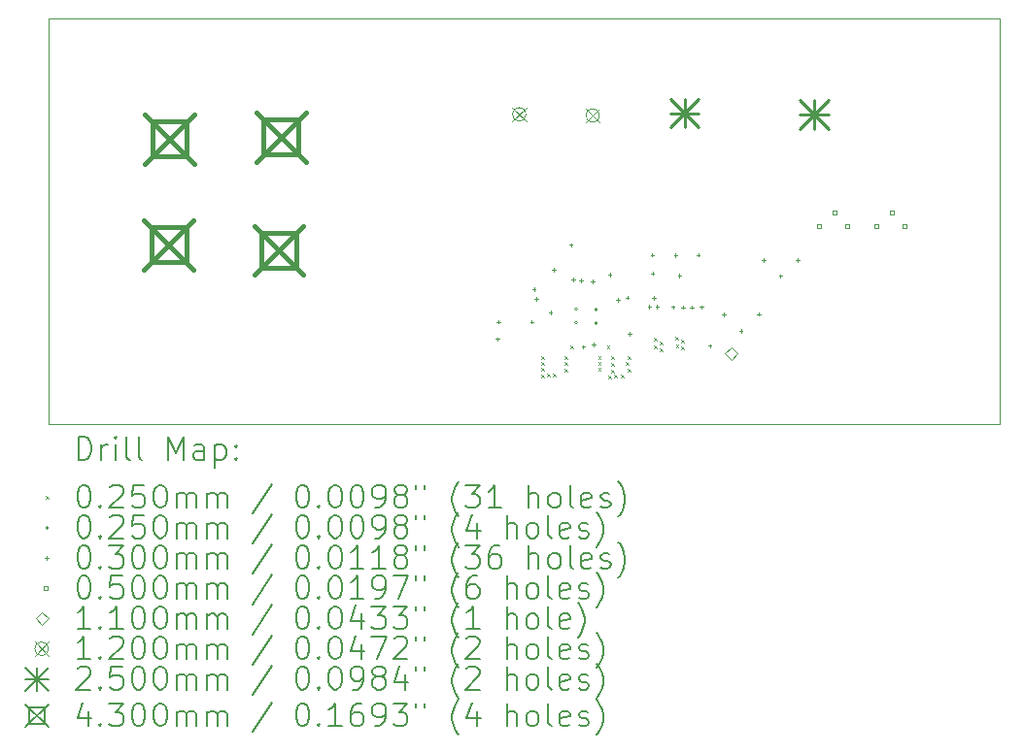
<source format=gbr>
%TF.GenerationSoftware,KiCad,Pcbnew,8.0.5*%
%TF.CreationDate,2024-10-10T12:36:00+02:00*%
%TF.ProjectId,MosTest_GanFet,4d6f7354-6573-4745-9f47-616e4665742e,rev?*%
%TF.SameCoordinates,Original*%
%TF.FileFunction,Drillmap*%
%TF.FilePolarity,Positive*%
%FSLAX45Y45*%
G04 Gerber Fmt 4.5, Leading zero omitted, Abs format (unit mm)*
G04 Created by KiCad (PCBNEW 8.0.5) date 2024-10-10 12:36:00*
%MOMM*%
%LPD*%
G01*
G04 APERTURE LIST*
%ADD10C,0.050000*%
%ADD11C,0.200000*%
%ADD12C,0.100000*%
%ADD13C,0.110000*%
%ADD14C,0.120000*%
%ADD15C,0.250000*%
%ADD16C,0.430000*%
G04 APERTURE END LIST*
D10*
X7800000Y-1600000D02*
X16085500Y-1600000D01*
X16085500Y-5140400D01*
X7800000Y-5140400D01*
X7800000Y-1600000D01*
D11*
D12*
X12088500Y-4709500D02*
X12113500Y-4734500D01*
X12113500Y-4709500D02*
X12088500Y-4734500D01*
X12091500Y-4602500D02*
X12116500Y-4627500D01*
X12116500Y-4602500D02*
X12091500Y-4627500D01*
X12093500Y-4546500D02*
X12118500Y-4571500D01*
X12118500Y-4546500D02*
X12093500Y-4571500D01*
X12093500Y-4655500D02*
X12118500Y-4680500D01*
X12118500Y-4655500D02*
X12093500Y-4680500D01*
X12144500Y-4705500D02*
X12169500Y-4730500D01*
X12169500Y-4705500D02*
X12144500Y-4730500D01*
X12195500Y-4705500D02*
X12220500Y-4730500D01*
X12220500Y-4705500D02*
X12195500Y-4730500D01*
X12294500Y-4603500D02*
X12319500Y-4628500D01*
X12319500Y-4603500D02*
X12294500Y-4628500D01*
X12294900Y-4659100D02*
X12319900Y-4684100D01*
X12319900Y-4659100D02*
X12294900Y-4684100D01*
X12296300Y-4547800D02*
X12321300Y-4572800D01*
X12321300Y-4547800D02*
X12296300Y-4572800D01*
X12348924Y-4460566D02*
X12373924Y-4485566D01*
X12373924Y-4460566D02*
X12348924Y-4485566D01*
X12586500Y-4553500D02*
X12611500Y-4578500D01*
X12611500Y-4553500D02*
X12586500Y-4578500D01*
X12586500Y-4603500D02*
X12611500Y-4628500D01*
X12611500Y-4603500D02*
X12586500Y-4628500D01*
X12586500Y-4654500D02*
X12611500Y-4679500D01*
X12611500Y-4654500D02*
X12586500Y-4679500D01*
X12662500Y-4457500D02*
X12687500Y-4482500D01*
X12687500Y-4457500D02*
X12662500Y-4482500D01*
X12672500Y-4721500D02*
X12697500Y-4746500D01*
X12697500Y-4721500D02*
X12672500Y-4746500D01*
X12701500Y-4547500D02*
X12726500Y-4572500D01*
X12726500Y-4547500D02*
X12701500Y-4572500D01*
X12701500Y-4605500D02*
X12726500Y-4630500D01*
X12726500Y-4605500D02*
X12701500Y-4630500D01*
X12701500Y-4665500D02*
X12726500Y-4690500D01*
X12726500Y-4665500D02*
X12701500Y-4690500D01*
X12729500Y-4709500D02*
X12754500Y-4734500D01*
X12754500Y-4709500D02*
X12729500Y-4734500D01*
X12782500Y-4711500D02*
X12807500Y-4736500D01*
X12807500Y-4711500D02*
X12782500Y-4736500D01*
X12828500Y-4599500D02*
X12853500Y-4624500D01*
X12853500Y-4599500D02*
X12828500Y-4624500D01*
X12841500Y-4546500D02*
X12866500Y-4571500D01*
X12866500Y-4546500D02*
X12841500Y-4571500D01*
X12842500Y-4660500D02*
X12867500Y-4685500D01*
X12867500Y-4660500D02*
X12842500Y-4685500D01*
X13075600Y-4453500D02*
X13100600Y-4478500D01*
X13100600Y-4453500D02*
X13075600Y-4478500D01*
X13076900Y-4388100D02*
X13101900Y-4413100D01*
X13101900Y-4388100D02*
X13076900Y-4413100D01*
X13124500Y-4425500D02*
X13149500Y-4450500D01*
X13149500Y-4425500D02*
X13124500Y-4450500D01*
X13126500Y-4478500D02*
X13151500Y-4503500D01*
X13151500Y-4478500D02*
X13126500Y-4503500D01*
X13263200Y-4383700D02*
X13288200Y-4408700D01*
X13288200Y-4383700D02*
X13263200Y-4408700D01*
X13263500Y-4445900D02*
X13288500Y-4470900D01*
X13288500Y-4445900D02*
X13263500Y-4470900D01*
X13310500Y-4407500D02*
X13335500Y-4432500D01*
X13335500Y-4407500D02*
X13310500Y-4432500D01*
X13313500Y-4464500D02*
X13338500Y-4489500D01*
X13338500Y-4464500D02*
X13313500Y-4489500D01*
X12408750Y-4140000D02*
G75*
G02*
X12383750Y-4140000I-12500J0D01*
G01*
X12383750Y-4140000D02*
G75*
G02*
X12408750Y-4140000I12500J0D01*
G01*
X12408750Y-4260000D02*
G75*
G02*
X12383750Y-4260000I-12500J0D01*
G01*
X12383750Y-4260000D02*
G75*
G02*
X12408750Y-4260000I12500J0D01*
G01*
X12581250Y-4140000D02*
G75*
G02*
X12556250Y-4140000I-12500J0D01*
G01*
X12556250Y-4140000D02*
G75*
G02*
X12581250Y-4140000I12500J0D01*
G01*
X12581250Y-4260000D02*
G75*
G02*
X12556250Y-4260000I-12500J0D01*
G01*
X12556250Y-4260000D02*
G75*
G02*
X12581250Y-4260000I12500J0D01*
G01*
X11710000Y-4385000D02*
X11710000Y-4415000D01*
X11695000Y-4400000D02*
X11725000Y-4400000D01*
X11720000Y-4235000D02*
X11720000Y-4265000D01*
X11705000Y-4250000D02*
X11735000Y-4250000D01*
X12010000Y-4235000D02*
X12010000Y-4265000D01*
X11995000Y-4250000D02*
X12025000Y-4250000D01*
X12029000Y-3952000D02*
X12029000Y-3982000D01*
X12014000Y-3967000D02*
X12044000Y-3967000D01*
X12050000Y-4035000D02*
X12050000Y-4065000D01*
X12035000Y-4050000D02*
X12065000Y-4050000D01*
X12171748Y-4154705D02*
X12171748Y-4184705D01*
X12156748Y-4169705D02*
X12186748Y-4169705D01*
X12200000Y-3782500D02*
X12200000Y-3812500D01*
X12185000Y-3797500D02*
X12215000Y-3797500D01*
X12350000Y-3565000D02*
X12350000Y-3595000D01*
X12335000Y-3580000D02*
X12365000Y-3580000D01*
X12370000Y-3865000D02*
X12370000Y-3895000D01*
X12355000Y-3880000D02*
X12385000Y-3880000D01*
X12440000Y-3875000D02*
X12440000Y-3905000D01*
X12425000Y-3890000D02*
X12455000Y-3890000D01*
X12459000Y-4454000D02*
X12459000Y-4484000D01*
X12444000Y-4469000D02*
X12474000Y-4469000D01*
X12540000Y-3885000D02*
X12540000Y-3915000D01*
X12525000Y-3900000D02*
X12555000Y-3900000D01*
X12546250Y-4435000D02*
X12546250Y-4465000D01*
X12531250Y-4450000D02*
X12561250Y-4450000D01*
X12688280Y-3822244D02*
X12688280Y-3852244D01*
X12673280Y-3837244D02*
X12703280Y-3837244D01*
X12759000Y-4043000D02*
X12759000Y-4073000D01*
X12744000Y-4058000D02*
X12774000Y-4058000D01*
X12841000Y-4024000D02*
X12841000Y-4054000D01*
X12826000Y-4039000D02*
X12856000Y-4039000D01*
X12863000Y-4342000D02*
X12863000Y-4372000D01*
X12848000Y-4357000D02*
X12878000Y-4357000D01*
X13034000Y-4102000D02*
X13034000Y-4132000D01*
X13019000Y-4117000D02*
X13049000Y-4117000D01*
X13060000Y-3650500D02*
X13060000Y-3680500D01*
X13045000Y-3665500D02*
X13075000Y-3665500D01*
X13062000Y-3812000D02*
X13062000Y-3842000D01*
X13047000Y-3827000D02*
X13077000Y-3827000D01*
X13074538Y-4025000D02*
X13074538Y-4055000D01*
X13059538Y-4040000D02*
X13089538Y-4040000D01*
X13101000Y-4101000D02*
X13101000Y-4131000D01*
X13086000Y-4116000D02*
X13116000Y-4116000D01*
X13239000Y-4106000D02*
X13239000Y-4136000D01*
X13224000Y-4121000D02*
X13254000Y-4121000D01*
X13263000Y-3655000D02*
X13263000Y-3685000D01*
X13248000Y-3670000D02*
X13278000Y-3670000D01*
X13297000Y-3834000D02*
X13297000Y-3864000D01*
X13282000Y-3849000D02*
X13312000Y-3849000D01*
X13326000Y-4109000D02*
X13326000Y-4139000D01*
X13311000Y-4124000D02*
X13341000Y-4124000D01*
X13403000Y-4109000D02*
X13403000Y-4139000D01*
X13388000Y-4124000D02*
X13418000Y-4124000D01*
X13460000Y-3650500D02*
X13460000Y-3680500D01*
X13445000Y-3665500D02*
X13475000Y-3665500D01*
X13488000Y-4106000D02*
X13488000Y-4136000D01*
X13473000Y-4121000D02*
X13503000Y-4121000D01*
X13560000Y-4445000D02*
X13560000Y-4475000D01*
X13545000Y-4460000D02*
X13575000Y-4460000D01*
X13683000Y-4170000D02*
X13683000Y-4200000D01*
X13668000Y-4185000D02*
X13698000Y-4185000D01*
X13831000Y-4315000D02*
X13831000Y-4345000D01*
X13816000Y-4330000D02*
X13846000Y-4330000D01*
X13986000Y-4167000D02*
X13986000Y-4197000D01*
X13971000Y-4182000D02*
X14001000Y-4182000D01*
X14027500Y-3695000D02*
X14027500Y-3725000D01*
X14012500Y-3710000D02*
X14042500Y-3710000D01*
X14177500Y-3835000D02*
X14177500Y-3865000D01*
X14162500Y-3850000D02*
X14192500Y-3850000D01*
X14327500Y-3695000D02*
X14327500Y-3725000D01*
X14312500Y-3710000D02*
X14342500Y-3710000D01*
X14532178Y-3432678D02*
X14532178Y-3397322D01*
X14496822Y-3397322D01*
X14496822Y-3432678D01*
X14532178Y-3432678D01*
X14662178Y-3312678D02*
X14662178Y-3277322D01*
X14626822Y-3277322D01*
X14626822Y-3312678D01*
X14662178Y-3312678D01*
X14772178Y-3432678D02*
X14772178Y-3397322D01*
X14736822Y-3397322D01*
X14736822Y-3432678D01*
X14772178Y-3432678D01*
X15032178Y-3432678D02*
X15032178Y-3397322D01*
X14996822Y-3397322D01*
X14996822Y-3432678D01*
X15032178Y-3432678D01*
X15162178Y-3312678D02*
X15162178Y-3277322D01*
X15126822Y-3277322D01*
X15126822Y-3312678D01*
X15162178Y-3312678D01*
X15272178Y-3432678D02*
X15272178Y-3397322D01*
X15236822Y-3397322D01*
X15236822Y-3432678D01*
X15272178Y-3432678D01*
D13*
X13750000Y-4580500D02*
X13805000Y-4525500D01*
X13750000Y-4470500D01*
X13695000Y-4525500D01*
X13750000Y-4580500D01*
D14*
X11840000Y-2380000D02*
X11960000Y-2500000D01*
X11960000Y-2380000D02*
X11840000Y-2500000D01*
X11960000Y-2440000D02*
G75*
G02*
X11840000Y-2440000I-60000J0D01*
G01*
X11840000Y-2440000D02*
G75*
G02*
X11960000Y-2440000I60000J0D01*
G01*
X12480000Y-2390000D02*
X12600000Y-2510000D01*
X12600000Y-2390000D02*
X12480000Y-2510000D01*
X12600000Y-2450000D02*
G75*
G02*
X12480000Y-2450000I-60000J0D01*
G01*
X12480000Y-2450000D02*
G75*
G02*
X12600000Y-2450000I60000J0D01*
G01*
D15*
X13215000Y-2305000D02*
X13465000Y-2555000D01*
X13465000Y-2305000D02*
X13215000Y-2555000D01*
X13340000Y-2305000D02*
X13340000Y-2555000D01*
X13215000Y-2430000D02*
X13465000Y-2430000D01*
X14345000Y-2315000D02*
X14595000Y-2565000D01*
X14595000Y-2315000D02*
X14345000Y-2565000D01*
X14470000Y-2315000D02*
X14470000Y-2565000D01*
X14345000Y-2440000D02*
X14595000Y-2440000D01*
D16*
X8632000Y-3363000D02*
X9062000Y-3793000D01*
X9062000Y-3363000D02*
X8632000Y-3793000D01*
X8999029Y-3730029D02*
X8999029Y-3425971D01*
X8694971Y-3425971D01*
X8694971Y-3730029D01*
X8999029Y-3730029D01*
X8637500Y-2440000D02*
X9067500Y-2870000D01*
X9067500Y-2440000D02*
X8637500Y-2870000D01*
X9004529Y-2807029D02*
X9004529Y-2502971D01*
X8700471Y-2502971D01*
X8700471Y-2807029D01*
X9004529Y-2807029D01*
X9590000Y-3412000D02*
X10020000Y-3842000D01*
X10020000Y-3412000D02*
X9590000Y-3842000D01*
X9957029Y-3779029D02*
X9957029Y-3474971D01*
X9652971Y-3474971D01*
X9652971Y-3779029D01*
X9957029Y-3779029D01*
X9610000Y-2425000D02*
X10040000Y-2855000D01*
X10040000Y-2425000D02*
X9610000Y-2855000D01*
X9977029Y-2792029D02*
X9977029Y-2487971D01*
X9672971Y-2487971D01*
X9672971Y-2792029D01*
X9977029Y-2792029D01*
D11*
X8058277Y-5454384D02*
X8058277Y-5254384D01*
X8058277Y-5254384D02*
X8105896Y-5254384D01*
X8105896Y-5254384D02*
X8134467Y-5263908D01*
X8134467Y-5263908D02*
X8153515Y-5282955D01*
X8153515Y-5282955D02*
X8163039Y-5302003D01*
X8163039Y-5302003D02*
X8172562Y-5340098D01*
X8172562Y-5340098D02*
X8172562Y-5368670D01*
X8172562Y-5368670D02*
X8163039Y-5406765D01*
X8163039Y-5406765D02*
X8153515Y-5425812D01*
X8153515Y-5425812D02*
X8134467Y-5444860D01*
X8134467Y-5444860D02*
X8105896Y-5454384D01*
X8105896Y-5454384D02*
X8058277Y-5454384D01*
X8258277Y-5454384D02*
X8258277Y-5321050D01*
X8258277Y-5359146D02*
X8267801Y-5340098D01*
X8267801Y-5340098D02*
X8277324Y-5330574D01*
X8277324Y-5330574D02*
X8296372Y-5321050D01*
X8296372Y-5321050D02*
X8315420Y-5321050D01*
X8382086Y-5454384D02*
X8382086Y-5321050D01*
X8382086Y-5254384D02*
X8372562Y-5263908D01*
X8372562Y-5263908D02*
X8382086Y-5273431D01*
X8382086Y-5273431D02*
X8391610Y-5263908D01*
X8391610Y-5263908D02*
X8382086Y-5254384D01*
X8382086Y-5254384D02*
X8382086Y-5273431D01*
X8505896Y-5454384D02*
X8486848Y-5444860D01*
X8486848Y-5444860D02*
X8477324Y-5425812D01*
X8477324Y-5425812D02*
X8477324Y-5254384D01*
X8610658Y-5454384D02*
X8591610Y-5444860D01*
X8591610Y-5444860D02*
X8582086Y-5425812D01*
X8582086Y-5425812D02*
X8582086Y-5254384D01*
X8839229Y-5454384D02*
X8839229Y-5254384D01*
X8839229Y-5254384D02*
X8905896Y-5397241D01*
X8905896Y-5397241D02*
X8972563Y-5254384D01*
X8972563Y-5254384D02*
X8972563Y-5454384D01*
X9153515Y-5454384D02*
X9153515Y-5349622D01*
X9153515Y-5349622D02*
X9143991Y-5330574D01*
X9143991Y-5330574D02*
X9124944Y-5321050D01*
X9124944Y-5321050D02*
X9086848Y-5321050D01*
X9086848Y-5321050D02*
X9067801Y-5330574D01*
X9153515Y-5444860D02*
X9134467Y-5454384D01*
X9134467Y-5454384D02*
X9086848Y-5454384D01*
X9086848Y-5454384D02*
X9067801Y-5444860D01*
X9067801Y-5444860D02*
X9058277Y-5425812D01*
X9058277Y-5425812D02*
X9058277Y-5406765D01*
X9058277Y-5406765D02*
X9067801Y-5387717D01*
X9067801Y-5387717D02*
X9086848Y-5378193D01*
X9086848Y-5378193D02*
X9134467Y-5378193D01*
X9134467Y-5378193D02*
X9153515Y-5368670D01*
X9248753Y-5321050D02*
X9248753Y-5521050D01*
X9248753Y-5330574D02*
X9267801Y-5321050D01*
X9267801Y-5321050D02*
X9305896Y-5321050D01*
X9305896Y-5321050D02*
X9324944Y-5330574D01*
X9324944Y-5330574D02*
X9334467Y-5340098D01*
X9334467Y-5340098D02*
X9343991Y-5359146D01*
X9343991Y-5359146D02*
X9343991Y-5416289D01*
X9343991Y-5416289D02*
X9334467Y-5435336D01*
X9334467Y-5435336D02*
X9324944Y-5444860D01*
X9324944Y-5444860D02*
X9305896Y-5454384D01*
X9305896Y-5454384D02*
X9267801Y-5454384D01*
X9267801Y-5454384D02*
X9248753Y-5444860D01*
X9429705Y-5435336D02*
X9439229Y-5444860D01*
X9439229Y-5444860D02*
X9429705Y-5454384D01*
X9429705Y-5454384D02*
X9420182Y-5444860D01*
X9420182Y-5444860D02*
X9429705Y-5435336D01*
X9429705Y-5435336D02*
X9429705Y-5454384D01*
X9429705Y-5330574D02*
X9439229Y-5340098D01*
X9439229Y-5340098D02*
X9429705Y-5349622D01*
X9429705Y-5349622D02*
X9420182Y-5340098D01*
X9420182Y-5340098D02*
X9429705Y-5330574D01*
X9429705Y-5330574D02*
X9429705Y-5349622D01*
D12*
X7772500Y-5770400D02*
X7797500Y-5795400D01*
X7797500Y-5770400D02*
X7772500Y-5795400D01*
D11*
X8096372Y-5674384D02*
X8115420Y-5674384D01*
X8115420Y-5674384D02*
X8134467Y-5683908D01*
X8134467Y-5683908D02*
X8143991Y-5693431D01*
X8143991Y-5693431D02*
X8153515Y-5712479D01*
X8153515Y-5712479D02*
X8163039Y-5750574D01*
X8163039Y-5750574D02*
X8163039Y-5798193D01*
X8163039Y-5798193D02*
X8153515Y-5836288D01*
X8153515Y-5836288D02*
X8143991Y-5855336D01*
X8143991Y-5855336D02*
X8134467Y-5864860D01*
X8134467Y-5864860D02*
X8115420Y-5874384D01*
X8115420Y-5874384D02*
X8096372Y-5874384D01*
X8096372Y-5874384D02*
X8077324Y-5864860D01*
X8077324Y-5864860D02*
X8067801Y-5855336D01*
X8067801Y-5855336D02*
X8058277Y-5836288D01*
X8058277Y-5836288D02*
X8048753Y-5798193D01*
X8048753Y-5798193D02*
X8048753Y-5750574D01*
X8048753Y-5750574D02*
X8058277Y-5712479D01*
X8058277Y-5712479D02*
X8067801Y-5693431D01*
X8067801Y-5693431D02*
X8077324Y-5683908D01*
X8077324Y-5683908D02*
X8096372Y-5674384D01*
X8248753Y-5855336D02*
X8258277Y-5864860D01*
X8258277Y-5864860D02*
X8248753Y-5874384D01*
X8248753Y-5874384D02*
X8239229Y-5864860D01*
X8239229Y-5864860D02*
X8248753Y-5855336D01*
X8248753Y-5855336D02*
X8248753Y-5874384D01*
X8334467Y-5693431D02*
X8343991Y-5683908D01*
X8343991Y-5683908D02*
X8363039Y-5674384D01*
X8363039Y-5674384D02*
X8410658Y-5674384D01*
X8410658Y-5674384D02*
X8429705Y-5683908D01*
X8429705Y-5683908D02*
X8439229Y-5693431D01*
X8439229Y-5693431D02*
X8448753Y-5712479D01*
X8448753Y-5712479D02*
X8448753Y-5731527D01*
X8448753Y-5731527D02*
X8439229Y-5760098D01*
X8439229Y-5760098D02*
X8324943Y-5874384D01*
X8324943Y-5874384D02*
X8448753Y-5874384D01*
X8629705Y-5674384D02*
X8534467Y-5674384D01*
X8534467Y-5674384D02*
X8524944Y-5769622D01*
X8524944Y-5769622D02*
X8534467Y-5760098D01*
X8534467Y-5760098D02*
X8553515Y-5750574D01*
X8553515Y-5750574D02*
X8601134Y-5750574D01*
X8601134Y-5750574D02*
X8620182Y-5760098D01*
X8620182Y-5760098D02*
X8629705Y-5769622D01*
X8629705Y-5769622D02*
X8639229Y-5788669D01*
X8639229Y-5788669D02*
X8639229Y-5836288D01*
X8639229Y-5836288D02*
X8629705Y-5855336D01*
X8629705Y-5855336D02*
X8620182Y-5864860D01*
X8620182Y-5864860D02*
X8601134Y-5874384D01*
X8601134Y-5874384D02*
X8553515Y-5874384D01*
X8553515Y-5874384D02*
X8534467Y-5864860D01*
X8534467Y-5864860D02*
X8524944Y-5855336D01*
X8763039Y-5674384D02*
X8782086Y-5674384D01*
X8782086Y-5674384D02*
X8801134Y-5683908D01*
X8801134Y-5683908D02*
X8810658Y-5693431D01*
X8810658Y-5693431D02*
X8820182Y-5712479D01*
X8820182Y-5712479D02*
X8829705Y-5750574D01*
X8829705Y-5750574D02*
X8829705Y-5798193D01*
X8829705Y-5798193D02*
X8820182Y-5836288D01*
X8820182Y-5836288D02*
X8810658Y-5855336D01*
X8810658Y-5855336D02*
X8801134Y-5864860D01*
X8801134Y-5864860D02*
X8782086Y-5874384D01*
X8782086Y-5874384D02*
X8763039Y-5874384D01*
X8763039Y-5874384D02*
X8743991Y-5864860D01*
X8743991Y-5864860D02*
X8734467Y-5855336D01*
X8734467Y-5855336D02*
X8724944Y-5836288D01*
X8724944Y-5836288D02*
X8715420Y-5798193D01*
X8715420Y-5798193D02*
X8715420Y-5750574D01*
X8715420Y-5750574D02*
X8724944Y-5712479D01*
X8724944Y-5712479D02*
X8734467Y-5693431D01*
X8734467Y-5693431D02*
X8743991Y-5683908D01*
X8743991Y-5683908D02*
X8763039Y-5674384D01*
X8915420Y-5874384D02*
X8915420Y-5741050D01*
X8915420Y-5760098D02*
X8924944Y-5750574D01*
X8924944Y-5750574D02*
X8943991Y-5741050D01*
X8943991Y-5741050D02*
X8972563Y-5741050D01*
X8972563Y-5741050D02*
X8991610Y-5750574D01*
X8991610Y-5750574D02*
X9001134Y-5769622D01*
X9001134Y-5769622D02*
X9001134Y-5874384D01*
X9001134Y-5769622D02*
X9010658Y-5750574D01*
X9010658Y-5750574D02*
X9029705Y-5741050D01*
X9029705Y-5741050D02*
X9058277Y-5741050D01*
X9058277Y-5741050D02*
X9077325Y-5750574D01*
X9077325Y-5750574D02*
X9086848Y-5769622D01*
X9086848Y-5769622D02*
X9086848Y-5874384D01*
X9182086Y-5874384D02*
X9182086Y-5741050D01*
X9182086Y-5760098D02*
X9191610Y-5750574D01*
X9191610Y-5750574D02*
X9210658Y-5741050D01*
X9210658Y-5741050D02*
X9239229Y-5741050D01*
X9239229Y-5741050D02*
X9258277Y-5750574D01*
X9258277Y-5750574D02*
X9267801Y-5769622D01*
X9267801Y-5769622D02*
X9267801Y-5874384D01*
X9267801Y-5769622D02*
X9277325Y-5750574D01*
X9277325Y-5750574D02*
X9296372Y-5741050D01*
X9296372Y-5741050D02*
X9324944Y-5741050D01*
X9324944Y-5741050D02*
X9343991Y-5750574D01*
X9343991Y-5750574D02*
X9353515Y-5769622D01*
X9353515Y-5769622D02*
X9353515Y-5874384D01*
X9743991Y-5664860D02*
X9572563Y-5922003D01*
X10001134Y-5674384D02*
X10020182Y-5674384D01*
X10020182Y-5674384D02*
X10039229Y-5683908D01*
X10039229Y-5683908D02*
X10048753Y-5693431D01*
X10048753Y-5693431D02*
X10058277Y-5712479D01*
X10058277Y-5712479D02*
X10067801Y-5750574D01*
X10067801Y-5750574D02*
X10067801Y-5798193D01*
X10067801Y-5798193D02*
X10058277Y-5836288D01*
X10058277Y-5836288D02*
X10048753Y-5855336D01*
X10048753Y-5855336D02*
X10039229Y-5864860D01*
X10039229Y-5864860D02*
X10020182Y-5874384D01*
X10020182Y-5874384D02*
X10001134Y-5874384D01*
X10001134Y-5874384D02*
X9982087Y-5864860D01*
X9982087Y-5864860D02*
X9972563Y-5855336D01*
X9972563Y-5855336D02*
X9963039Y-5836288D01*
X9963039Y-5836288D02*
X9953515Y-5798193D01*
X9953515Y-5798193D02*
X9953515Y-5750574D01*
X9953515Y-5750574D02*
X9963039Y-5712479D01*
X9963039Y-5712479D02*
X9972563Y-5693431D01*
X9972563Y-5693431D02*
X9982087Y-5683908D01*
X9982087Y-5683908D02*
X10001134Y-5674384D01*
X10153515Y-5855336D02*
X10163039Y-5864860D01*
X10163039Y-5864860D02*
X10153515Y-5874384D01*
X10153515Y-5874384D02*
X10143991Y-5864860D01*
X10143991Y-5864860D02*
X10153515Y-5855336D01*
X10153515Y-5855336D02*
X10153515Y-5874384D01*
X10286848Y-5674384D02*
X10305896Y-5674384D01*
X10305896Y-5674384D02*
X10324944Y-5683908D01*
X10324944Y-5683908D02*
X10334468Y-5693431D01*
X10334468Y-5693431D02*
X10343991Y-5712479D01*
X10343991Y-5712479D02*
X10353515Y-5750574D01*
X10353515Y-5750574D02*
X10353515Y-5798193D01*
X10353515Y-5798193D02*
X10343991Y-5836288D01*
X10343991Y-5836288D02*
X10334468Y-5855336D01*
X10334468Y-5855336D02*
X10324944Y-5864860D01*
X10324944Y-5864860D02*
X10305896Y-5874384D01*
X10305896Y-5874384D02*
X10286848Y-5874384D01*
X10286848Y-5874384D02*
X10267801Y-5864860D01*
X10267801Y-5864860D02*
X10258277Y-5855336D01*
X10258277Y-5855336D02*
X10248753Y-5836288D01*
X10248753Y-5836288D02*
X10239229Y-5798193D01*
X10239229Y-5798193D02*
X10239229Y-5750574D01*
X10239229Y-5750574D02*
X10248753Y-5712479D01*
X10248753Y-5712479D02*
X10258277Y-5693431D01*
X10258277Y-5693431D02*
X10267801Y-5683908D01*
X10267801Y-5683908D02*
X10286848Y-5674384D01*
X10477325Y-5674384D02*
X10496372Y-5674384D01*
X10496372Y-5674384D02*
X10515420Y-5683908D01*
X10515420Y-5683908D02*
X10524944Y-5693431D01*
X10524944Y-5693431D02*
X10534468Y-5712479D01*
X10534468Y-5712479D02*
X10543991Y-5750574D01*
X10543991Y-5750574D02*
X10543991Y-5798193D01*
X10543991Y-5798193D02*
X10534468Y-5836288D01*
X10534468Y-5836288D02*
X10524944Y-5855336D01*
X10524944Y-5855336D02*
X10515420Y-5864860D01*
X10515420Y-5864860D02*
X10496372Y-5874384D01*
X10496372Y-5874384D02*
X10477325Y-5874384D01*
X10477325Y-5874384D02*
X10458277Y-5864860D01*
X10458277Y-5864860D02*
X10448753Y-5855336D01*
X10448753Y-5855336D02*
X10439229Y-5836288D01*
X10439229Y-5836288D02*
X10429706Y-5798193D01*
X10429706Y-5798193D02*
X10429706Y-5750574D01*
X10429706Y-5750574D02*
X10439229Y-5712479D01*
X10439229Y-5712479D02*
X10448753Y-5693431D01*
X10448753Y-5693431D02*
X10458277Y-5683908D01*
X10458277Y-5683908D02*
X10477325Y-5674384D01*
X10639229Y-5874384D02*
X10677325Y-5874384D01*
X10677325Y-5874384D02*
X10696372Y-5864860D01*
X10696372Y-5864860D02*
X10705896Y-5855336D01*
X10705896Y-5855336D02*
X10724944Y-5826765D01*
X10724944Y-5826765D02*
X10734468Y-5788669D01*
X10734468Y-5788669D02*
X10734468Y-5712479D01*
X10734468Y-5712479D02*
X10724944Y-5693431D01*
X10724944Y-5693431D02*
X10715420Y-5683908D01*
X10715420Y-5683908D02*
X10696372Y-5674384D01*
X10696372Y-5674384D02*
X10658277Y-5674384D01*
X10658277Y-5674384D02*
X10639229Y-5683908D01*
X10639229Y-5683908D02*
X10629706Y-5693431D01*
X10629706Y-5693431D02*
X10620182Y-5712479D01*
X10620182Y-5712479D02*
X10620182Y-5760098D01*
X10620182Y-5760098D02*
X10629706Y-5779146D01*
X10629706Y-5779146D02*
X10639229Y-5788669D01*
X10639229Y-5788669D02*
X10658277Y-5798193D01*
X10658277Y-5798193D02*
X10696372Y-5798193D01*
X10696372Y-5798193D02*
X10715420Y-5788669D01*
X10715420Y-5788669D02*
X10724944Y-5779146D01*
X10724944Y-5779146D02*
X10734468Y-5760098D01*
X10848753Y-5760098D02*
X10829706Y-5750574D01*
X10829706Y-5750574D02*
X10820182Y-5741050D01*
X10820182Y-5741050D02*
X10810658Y-5722003D01*
X10810658Y-5722003D02*
X10810658Y-5712479D01*
X10810658Y-5712479D02*
X10820182Y-5693431D01*
X10820182Y-5693431D02*
X10829706Y-5683908D01*
X10829706Y-5683908D02*
X10848753Y-5674384D01*
X10848753Y-5674384D02*
X10886849Y-5674384D01*
X10886849Y-5674384D02*
X10905896Y-5683908D01*
X10905896Y-5683908D02*
X10915420Y-5693431D01*
X10915420Y-5693431D02*
X10924944Y-5712479D01*
X10924944Y-5712479D02*
X10924944Y-5722003D01*
X10924944Y-5722003D02*
X10915420Y-5741050D01*
X10915420Y-5741050D02*
X10905896Y-5750574D01*
X10905896Y-5750574D02*
X10886849Y-5760098D01*
X10886849Y-5760098D02*
X10848753Y-5760098D01*
X10848753Y-5760098D02*
X10829706Y-5769622D01*
X10829706Y-5769622D02*
X10820182Y-5779146D01*
X10820182Y-5779146D02*
X10810658Y-5798193D01*
X10810658Y-5798193D02*
X10810658Y-5836288D01*
X10810658Y-5836288D02*
X10820182Y-5855336D01*
X10820182Y-5855336D02*
X10829706Y-5864860D01*
X10829706Y-5864860D02*
X10848753Y-5874384D01*
X10848753Y-5874384D02*
X10886849Y-5874384D01*
X10886849Y-5874384D02*
X10905896Y-5864860D01*
X10905896Y-5864860D02*
X10915420Y-5855336D01*
X10915420Y-5855336D02*
X10924944Y-5836288D01*
X10924944Y-5836288D02*
X10924944Y-5798193D01*
X10924944Y-5798193D02*
X10915420Y-5779146D01*
X10915420Y-5779146D02*
X10905896Y-5769622D01*
X10905896Y-5769622D02*
X10886849Y-5760098D01*
X11001134Y-5674384D02*
X11001134Y-5712479D01*
X11077325Y-5674384D02*
X11077325Y-5712479D01*
X11372563Y-5950574D02*
X11363039Y-5941050D01*
X11363039Y-5941050D02*
X11343991Y-5912479D01*
X11343991Y-5912479D02*
X11334468Y-5893431D01*
X11334468Y-5893431D02*
X11324944Y-5864860D01*
X11324944Y-5864860D02*
X11315420Y-5817241D01*
X11315420Y-5817241D02*
X11315420Y-5779146D01*
X11315420Y-5779146D02*
X11324944Y-5731527D01*
X11324944Y-5731527D02*
X11334468Y-5702955D01*
X11334468Y-5702955D02*
X11343991Y-5683908D01*
X11343991Y-5683908D02*
X11363039Y-5655336D01*
X11363039Y-5655336D02*
X11372563Y-5645812D01*
X11429706Y-5674384D02*
X11553515Y-5674384D01*
X11553515Y-5674384D02*
X11486848Y-5750574D01*
X11486848Y-5750574D02*
X11515420Y-5750574D01*
X11515420Y-5750574D02*
X11534468Y-5760098D01*
X11534468Y-5760098D02*
X11543991Y-5769622D01*
X11543991Y-5769622D02*
X11553515Y-5788669D01*
X11553515Y-5788669D02*
X11553515Y-5836288D01*
X11553515Y-5836288D02*
X11543991Y-5855336D01*
X11543991Y-5855336D02*
X11534468Y-5864860D01*
X11534468Y-5864860D02*
X11515420Y-5874384D01*
X11515420Y-5874384D02*
X11458277Y-5874384D01*
X11458277Y-5874384D02*
X11439229Y-5864860D01*
X11439229Y-5864860D02*
X11429706Y-5855336D01*
X11743991Y-5874384D02*
X11629706Y-5874384D01*
X11686848Y-5874384D02*
X11686848Y-5674384D01*
X11686848Y-5674384D02*
X11667801Y-5702955D01*
X11667801Y-5702955D02*
X11648753Y-5722003D01*
X11648753Y-5722003D02*
X11629706Y-5731527D01*
X11982087Y-5874384D02*
X11982087Y-5674384D01*
X12067801Y-5874384D02*
X12067801Y-5769622D01*
X12067801Y-5769622D02*
X12058277Y-5750574D01*
X12058277Y-5750574D02*
X12039230Y-5741050D01*
X12039230Y-5741050D02*
X12010658Y-5741050D01*
X12010658Y-5741050D02*
X11991610Y-5750574D01*
X11991610Y-5750574D02*
X11982087Y-5760098D01*
X12191610Y-5874384D02*
X12172563Y-5864860D01*
X12172563Y-5864860D02*
X12163039Y-5855336D01*
X12163039Y-5855336D02*
X12153515Y-5836288D01*
X12153515Y-5836288D02*
X12153515Y-5779146D01*
X12153515Y-5779146D02*
X12163039Y-5760098D01*
X12163039Y-5760098D02*
X12172563Y-5750574D01*
X12172563Y-5750574D02*
X12191610Y-5741050D01*
X12191610Y-5741050D02*
X12220182Y-5741050D01*
X12220182Y-5741050D02*
X12239230Y-5750574D01*
X12239230Y-5750574D02*
X12248753Y-5760098D01*
X12248753Y-5760098D02*
X12258277Y-5779146D01*
X12258277Y-5779146D02*
X12258277Y-5836288D01*
X12258277Y-5836288D02*
X12248753Y-5855336D01*
X12248753Y-5855336D02*
X12239230Y-5864860D01*
X12239230Y-5864860D02*
X12220182Y-5874384D01*
X12220182Y-5874384D02*
X12191610Y-5874384D01*
X12372563Y-5874384D02*
X12353515Y-5864860D01*
X12353515Y-5864860D02*
X12343991Y-5845812D01*
X12343991Y-5845812D02*
X12343991Y-5674384D01*
X12524944Y-5864860D02*
X12505896Y-5874384D01*
X12505896Y-5874384D02*
X12467801Y-5874384D01*
X12467801Y-5874384D02*
X12448753Y-5864860D01*
X12448753Y-5864860D02*
X12439230Y-5845812D01*
X12439230Y-5845812D02*
X12439230Y-5769622D01*
X12439230Y-5769622D02*
X12448753Y-5750574D01*
X12448753Y-5750574D02*
X12467801Y-5741050D01*
X12467801Y-5741050D02*
X12505896Y-5741050D01*
X12505896Y-5741050D02*
X12524944Y-5750574D01*
X12524944Y-5750574D02*
X12534468Y-5769622D01*
X12534468Y-5769622D02*
X12534468Y-5788669D01*
X12534468Y-5788669D02*
X12439230Y-5807717D01*
X12610658Y-5864860D02*
X12629706Y-5874384D01*
X12629706Y-5874384D02*
X12667801Y-5874384D01*
X12667801Y-5874384D02*
X12686849Y-5864860D01*
X12686849Y-5864860D02*
X12696372Y-5845812D01*
X12696372Y-5845812D02*
X12696372Y-5836288D01*
X12696372Y-5836288D02*
X12686849Y-5817241D01*
X12686849Y-5817241D02*
X12667801Y-5807717D01*
X12667801Y-5807717D02*
X12639230Y-5807717D01*
X12639230Y-5807717D02*
X12620182Y-5798193D01*
X12620182Y-5798193D02*
X12610658Y-5779146D01*
X12610658Y-5779146D02*
X12610658Y-5769622D01*
X12610658Y-5769622D02*
X12620182Y-5750574D01*
X12620182Y-5750574D02*
X12639230Y-5741050D01*
X12639230Y-5741050D02*
X12667801Y-5741050D01*
X12667801Y-5741050D02*
X12686849Y-5750574D01*
X12763039Y-5950574D02*
X12772563Y-5941050D01*
X12772563Y-5941050D02*
X12791611Y-5912479D01*
X12791611Y-5912479D02*
X12801134Y-5893431D01*
X12801134Y-5893431D02*
X12810658Y-5864860D01*
X12810658Y-5864860D02*
X12820182Y-5817241D01*
X12820182Y-5817241D02*
X12820182Y-5779146D01*
X12820182Y-5779146D02*
X12810658Y-5731527D01*
X12810658Y-5731527D02*
X12801134Y-5702955D01*
X12801134Y-5702955D02*
X12791611Y-5683908D01*
X12791611Y-5683908D02*
X12772563Y-5655336D01*
X12772563Y-5655336D02*
X12763039Y-5645812D01*
D12*
X7797500Y-6046900D02*
G75*
G02*
X7772500Y-6046900I-12500J0D01*
G01*
X7772500Y-6046900D02*
G75*
G02*
X7797500Y-6046900I12500J0D01*
G01*
D11*
X8096372Y-5938384D02*
X8115420Y-5938384D01*
X8115420Y-5938384D02*
X8134467Y-5947908D01*
X8134467Y-5947908D02*
X8143991Y-5957431D01*
X8143991Y-5957431D02*
X8153515Y-5976479D01*
X8153515Y-5976479D02*
X8163039Y-6014574D01*
X8163039Y-6014574D02*
X8163039Y-6062193D01*
X8163039Y-6062193D02*
X8153515Y-6100288D01*
X8153515Y-6100288D02*
X8143991Y-6119336D01*
X8143991Y-6119336D02*
X8134467Y-6128860D01*
X8134467Y-6128860D02*
X8115420Y-6138384D01*
X8115420Y-6138384D02*
X8096372Y-6138384D01*
X8096372Y-6138384D02*
X8077324Y-6128860D01*
X8077324Y-6128860D02*
X8067801Y-6119336D01*
X8067801Y-6119336D02*
X8058277Y-6100288D01*
X8058277Y-6100288D02*
X8048753Y-6062193D01*
X8048753Y-6062193D02*
X8048753Y-6014574D01*
X8048753Y-6014574D02*
X8058277Y-5976479D01*
X8058277Y-5976479D02*
X8067801Y-5957431D01*
X8067801Y-5957431D02*
X8077324Y-5947908D01*
X8077324Y-5947908D02*
X8096372Y-5938384D01*
X8248753Y-6119336D02*
X8258277Y-6128860D01*
X8258277Y-6128860D02*
X8248753Y-6138384D01*
X8248753Y-6138384D02*
X8239229Y-6128860D01*
X8239229Y-6128860D02*
X8248753Y-6119336D01*
X8248753Y-6119336D02*
X8248753Y-6138384D01*
X8334467Y-5957431D02*
X8343991Y-5947908D01*
X8343991Y-5947908D02*
X8363039Y-5938384D01*
X8363039Y-5938384D02*
X8410658Y-5938384D01*
X8410658Y-5938384D02*
X8429705Y-5947908D01*
X8429705Y-5947908D02*
X8439229Y-5957431D01*
X8439229Y-5957431D02*
X8448753Y-5976479D01*
X8448753Y-5976479D02*
X8448753Y-5995527D01*
X8448753Y-5995527D02*
X8439229Y-6024098D01*
X8439229Y-6024098D02*
X8324943Y-6138384D01*
X8324943Y-6138384D02*
X8448753Y-6138384D01*
X8629705Y-5938384D02*
X8534467Y-5938384D01*
X8534467Y-5938384D02*
X8524944Y-6033622D01*
X8524944Y-6033622D02*
X8534467Y-6024098D01*
X8534467Y-6024098D02*
X8553515Y-6014574D01*
X8553515Y-6014574D02*
X8601134Y-6014574D01*
X8601134Y-6014574D02*
X8620182Y-6024098D01*
X8620182Y-6024098D02*
X8629705Y-6033622D01*
X8629705Y-6033622D02*
X8639229Y-6052669D01*
X8639229Y-6052669D02*
X8639229Y-6100288D01*
X8639229Y-6100288D02*
X8629705Y-6119336D01*
X8629705Y-6119336D02*
X8620182Y-6128860D01*
X8620182Y-6128860D02*
X8601134Y-6138384D01*
X8601134Y-6138384D02*
X8553515Y-6138384D01*
X8553515Y-6138384D02*
X8534467Y-6128860D01*
X8534467Y-6128860D02*
X8524944Y-6119336D01*
X8763039Y-5938384D02*
X8782086Y-5938384D01*
X8782086Y-5938384D02*
X8801134Y-5947908D01*
X8801134Y-5947908D02*
X8810658Y-5957431D01*
X8810658Y-5957431D02*
X8820182Y-5976479D01*
X8820182Y-5976479D02*
X8829705Y-6014574D01*
X8829705Y-6014574D02*
X8829705Y-6062193D01*
X8829705Y-6062193D02*
X8820182Y-6100288D01*
X8820182Y-6100288D02*
X8810658Y-6119336D01*
X8810658Y-6119336D02*
X8801134Y-6128860D01*
X8801134Y-6128860D02*
X8782086Y-6138384D01*
X8782086Y-6138384D02*
X8763039Y-6138384D01*
X8763039Y-6138384D02*
X8743991Y-6128860D01*
X8743991Y-6128860D02*
X8734467Y-6119336D01*
X8734467Y-6119336D02*
X8724944Y-6100288D01*
X8724944Y-6100288D02*
X8715420Y-6062193D01*
X8715420Y-6062193D02*
X8715420Y-6014574D01*
X8715420Y-6014574D02*
X8724944Y-5976479D01*
X8724944Y-5976479D02*
X8734467Y-5957431D01*
X8734467Y-5957431D02*
X8743991Y-5947908D01*
X8743991Y-5947908D02*
X8763039Y-5938384D01*
X8915420Y-6138384D02*
X8915420Y-6005050D01*
X8915420Y-6024098D02*
X8924944Y-6014574D01*
X8924944Y-6014574D02*
X8943991Y-6005050D01*
X8943991Y-6005050D02*
X8972563Y-6005050D01*
X8972563Y-6005050D02*
X8991610Y-6014574D01*
X8991610Y-6014574D02*
X9001134Y-6033622D01*
X9001134Y-6033622D02*
X9001134Y-6138384D01*
X9001134Y-6033622D02*
X9010658Y-6014574D01*
X9010658Y-6014574D02*
X9029705Y-6005050D01*
X9029705Y-6005050D02*
X9058277Y-6005050D01*
X9058277Y-6005050D02*
X9077325Y-6014574D01*
X9077325Y-6014574D02*
X9086848Y-6033622D01*
X9086848Y-6033622D02*
X9086848Y-6138384D01*
X9182086Y-6138384D02*
X9182086Y-6005050D01*
X9182086Y-6024098D02*
X9191610Y-6014574D01*
X9191610Y-6014574D02*
X9210658Y-6005050D01*
X9210658Y-6005050D02*
X9239229Y-6005050D01*
X9239229Y-6005050D02*
X9258277Y-6014574D01*
X9258277Y-6014574D02*
X9267801Y-6033622D01*
X9267801Y-6033622D02*
X9267801Y-6138384D01*
X9267801Y-6033622D02*
X9277325Y-6014574D01*
X9277325Y-6014574D02*
X9296372Y-6005050D01*
X9296372Y-6005050D02*
X9324944Y-6005050D01*
X9324944Y-6005050D02*
X9343991Y-6014574D01*
X9343991Y-6014574D02*
X9353515Y-6033622D01*
X9353515Y-6033622D02*
X9353515Y-6138384D01*
X9743991Y-5928860D02*
X9572563Y-6186003D01*
X10001134Y-5938384D02*
X10020182Y-5938384D01*
X10020182Y-5938384D02*
X10039229Y-5947908D01*
X10039229Y-5947908D02*
X10048753Y-5957431D01*
X10048753Y-5957431D02*
X10058277Y-5976479D01*
X10058277Y-5976479D02*
X10067801Y-6014574D01*
X10067801Y-6014574D02*
X10067801Y-6062193D01*
X10067801Y-6062193D02*
X10058277Y-6100288D01*
X10058277Y-6100288D02*
X10048753Y-6119336D01*
X10048753Y-6119336D02*
X10039229Y-6128860D01*
X10039229Y-6128860D02*
X10020182Y-6138384D01*
X10020182Y-6138384D02*
X10001134Y-6138384D01*
X10001134Y-6138384D02*
X9982087Y-6128860D01*
X9982087Y-6128860D02*
X9972563Y-6119336D01*
X9972563Y-6119336D02*
X9963039Y-6100288D01*
X9963039Y-6100288D02*
X9953515Y-6062193D01*
X9953515Y-6062193D02*
X9953515Y-6014574D01*
X9953515Y-6014574D02*
X9963039Y-5976479D01*
X9963039Y-5976479D02*
X9972563Y-5957431D01*
X9972563Y-5957431D02*
X9982087Y-5947908D01*
X9982087Y-5947908D02*
X10001134Y-5938384D01*
X10153515Y-6119336D02*
X10163039Y-6128860D01*
X10163039Y-6128860D02*
X10153515Y-6138384D01*
X10153515Y-6138384D02*
X10143991Y-6128860D01*
X10143991Y-6128860D02*
X10153515Y-6119336D01*
X10153515Y-6119336D02*
X10153515Y-6138384D01*
X10286848Y-5938384D02*
X10305896Y-5938384D01*
X10305896Y-5938384D02*
X10324944Y-5947908D01*
X10324944Y-5947908D02*
X10334468Y-5957431D01*
X10334468Y-5957431D02*
X10343991Y-5976479D01*
X10343991Y-5976479D02*
X10353515Y-6014574D01*
X10353515Y-6014574D02*
X10353515Y-6062193D01*
X10353515Y-6062193D02*
X10343991Y-6100288D01*
X10343991Y-6100288D02*
X10334468Y-6119336D01*
X10334468Y-6119336D02*
X10324944Y-6128860D01*
X10324944Y-6128860D02*
X10305896Y-6138384D01*
X10305896Y-6138384D02*
X10286848Y-6138384D01*
X10286848Y-6138384D02*
X10267801Y-6128860D01*
X10267801Y-6128860D02*
X10258277Y-6119336D01*
X10258277Y-6119336D02*
X10248753Y-6100288D01*
X10248753Y-6100288D02*
X10239229Y-6062193D01*
X10239229Y-6062193D02*
X10239229Y-6014574D01*
X10239229Y-6014574D02*
X10248753Y-5976479D01*
X10248753Y-5976479D02*
X10258277Y-5957431D01*
X10258277Y-5957431D02*
X10267801Y-5947908D01*
X10267801Y-5947908D02*
X10286848Y-5938384D01*
X10477325Y-5938384D02*
X10496372Y-5938384D01*
X10496372Y-5938384D02*
X10515420Y-5947908D01*
X10515420Y-5947908D02*
X10524944Y-5957431D01*
X10524944Y-5957431D02*
X10534468Y-5976479D01*
X10534468Y-5976479D02*
X10543991Y-6014574D01*
X10543991Y-6014574D02*
X10543991Y-6062193D01*
X10543991Y-6062193D02*
X10534468Y-6100288D01*
X10534468Y-6100288D02*
X10524944Y-6119336D01*
X10524944Y-6119336D02*
X10515420Y-6128860D01*
X10515420Y-6128860D02*
X10496372Y-6138384D01*
X10496372Y-6138384D02*
X10477325Y-6138384D01*
X10477325Y-6138384D02*
X10458277Y-6128860D01*
X10458277Y-6128860D02*
X10448753Y-6119336D01*
X10448753Y-6119336D02*
X10439229Y-6100288D01*
X10439229Y-6100288D02*
X10429706Y-6062193D01*
X10429706Y-6062193D02*
X10429706Y-6014574D01*
X10429706Y-6014574D02*
X10439229Y-5976479D01*
X10439229Y-5976479D02*
X10448753Y-5957431D01*
X10448753Y-5957431D02*
X10458277Y-5947908D01*
X10458277Y-5947908D02*
X10477325Y-5938384D01*
X10639229Y-6138384D02*
X10677325Y-6138384D01*
X10677325Y-6138384D02*
X10696372Y-6128860D01*
X10696372Y-6128860D02*
X10705896Y-6119336D01*
X10705896Y-6119336D02*
X10724944Y-6090765D01*
X10724944Y-6090765D02*
X10734468Y-6052669D01*
X10734468Y-6052669D02*
X10734468Y-5976479D01*
X10734468Y-5976479D02*
X10724944Y-5957431D01*
X10724944Y-5957431D02*
X10715420Y-5947908D01*
X10715420Y-5947908D02*
X10696372Y-5938384D01*
X10696372Y-5938384D02*
X10658277Y-5938384D01*
X10658277Y-5938384D02*
X10639229Y-5947908D01*
X10639229Y-5947908D02*
X10629706Y-5957431D01*
X10629706Y-5957431D02*
X10620182Y-5976479D01*
X10620182Y-5976479D02*
X10620182Y-6024098D01*
X10620182Y-6024098D02*
X10629706Y-6043146D01*
X10629706Y-6043146D02*
X10639229Y-6052669D01*
X10639229Y-6052669D02*
X10658277Y-6062193D01*
X10658277Y-6062193D02*
X10696372Y-6062193D01*
X10696372Y-6062193D02*
X10715420Y-6052669D01*
X10715420Y-6052669D02*
X10724944Y-6043146D01*
X10724944Y-6043146D02*
X10734468Y-6024098D01*
X10848753Y-6024098D02*
X10829706Y-6014574D01*
X10829706Y-6014574D02*
X10820182Y-6005050D01*
X10820182Y-6005050D02*
X10810658Y-5986003D01*
X10810658Y-5986003D02*
X10810658Y-5976479D01*
X10810658Y-5976479D02*
X10820182Y-5957431D01*
X10820182Y-5957431D02*
X10829706Y-5947908D01*
X10829706Y-5947908D02*
X10848753Y-5938384D01*
X10848753Y-5938384D02*
X10886849Y-5938384D01*
X10886849Y-5938384D02*
X10905896Y-5947908D01*
X10905896Y-5947908D02*
X10915420Y-5957431D01*
X10915420Y-5957431D02*
X10924944Y-5976479D01*
X10924944Y-5976479D02*
X10924944Y-5986003D01*
X10924944Y-5986003D02*
X10915420Y-6005050D01*
X10915420Y-6005050D02*
X10905896Y-6014574D01*
X10905896Y-6014574D02*
X10886849Y-6024098D01*
X10886849Y-6024098D02*
X10848753Y-6024098D01*
X10848753Y-6024098D02*
X10829706Y-6033622D01*
X10829706Y-6033622D02*
X10820182Y-6043146D01*
X10820182Y-6043146D02*
X10810658Y-6062193D01*
X10810658Y-6062193D02*
X10810658Y-6100288D01*
X10810658Y-6100288D02*
X10820182Y-6119336D01*
X10820182Y-6119336D02*
X10829706Y-6128860D01*
X10829706Y-6128860D02*
X10848753Y-6138384D01*
X10848753Y-6138384D02*
X10886849Y-6138384D01*
X10886849Y-6138384D02*
X10905896Y-6128860D01*
X10905896Y-6128860D02*
X10915420Y-6119336D01*
X10915420Y-6119336D02*
X10924944Y-6100288D01*
X10924944Y-6100288D02*
X10924944Y-6062193D01*
X10924944Y-6062193D02*
X10915420Y-6043146D01*
X10915420Y-6043146D02*
X10905896Y-6033622D01*
X10905896Y-6033622D02*
X10886849Y-6024098D01*
X11001134Y-5938384D02*
X11001134Y-5976479D01*
X11077325Y-5938384D02*
X11077325Y-5976479D01*
X11372563Y-6214574D02*
X11363039Y-6205050D01*
X11363039Y-6205050D02*
X11343991Y-6176479D01*
X11343991Y-6176479D02*
X11334468Y-6157431D01*
X11334468Y-6157431D02*
X11324944Y-6128860D01*
X11324944Y-6128860D02*
X11315420Y-6081241D01*
X11315420Y-6081241D02*
X11315420Y-6043146D01*
X11315420Y-6043146D02*
X11324944Y-5995527D01*
X11324944Y-5995527D02*
X11334468Y-5966955D01*
X11334468Y-5966955D02*
X11343991Y-5947908D01*
X11343991Y-5947908D02*
X11363039Y-5919336D01*
X11363039Y-5919336D02*
X11372563Y-5909812D01*
X11534468Y-6005050D02*
X11534468Y-6138384D01*
X11486848Y-5928860D02*
X11439229Y-6071717D01*
X11439229Y-6071717D02*
X11563039Y-6071717D01*
X11791610Y-6138384D02*
X11791610Y-5938384D01*
X11877325Y-6138384D02*
X11877325Y-6033622D01*
X11877325Y-6033622D02*
X11867801Y-6014574D01*
X11867801Y-6014574D02*
X11848753Y-6005050D01*
X11848753Y-6005050D02*
X11820182Y-6005050D01*
X11820182Y-6005050D02*
X11801134Y-6014574D01*
X11801134Y-6014574D02*
X11791610Y-6024098D01*
X12001134Y-6138384D02*
X11982087Y-6128860D01*
X11982087Y-6128860D02*
X11972563Y-6119336D01*
X11972563Y-6119336D02*
X11963039Y-6100288D01*
X11963039Y-6100288D02*
X11963039Y-6043146D01*
X11963039Y-6043146D02*
X11972563Y-6024098D01*
X11972563Y-6024098D02*
X11982087Y-6014574D01*
X11982087Y-6014574D02*
X12001134Y-6005050D01*
X12001134Y-6005050D02*
X12029706Y-6005050D01*
X12029706Y-6005050D02*
X12048753Y-6014574D01*
X12048753Y-6014574D02*
X12058277Y-6024098D01*
X12058277Y-6024098D02*
X12067801Y-6043146D01*
X12067801Y-6043146D02*
X12067801Y-6100288D01*
X12067801Y-6100288D02*
X12058277Y-6119336D01*
X12058277Y-6119336D02*
X12048753Y-6128860D01*
X12048753Y-6128860D02*
X12029706Y-6138384D01*
X12029706Y-6138384D02*
X12001134Y-6138384D01*
X12182087Y-6138384D02*
X12163039Y-6128860D01*
X12163039Y-6128860D02*
X12153515Y-6109812D01*
X12153515Y-6109812D02*
X12153515Y-5938384D01*
X12334468Y-6128860D02*
X12315420Y-6138384D01*
X12315420Y-6138384D02*
X12277325Y-6138384D01*
X12277325Y-6138384D02*
X12258277Y-6128860D01*
X12258277Y-6128860D02*
X12248753Y-6109812D01*
X12248753Y-6109812D02*
X12248753Y-6033622D01*
X12248753Y-6033622D02*
X12258277Y-6014574D01*
X12258277Y-6014574D02*
X12277325Y-6005050D01*
X12277325Y-6005050D02*
X12315420Y-6005050D01*
X12315420Y-6005050D02*
X12334468Y-6014574D01*
X12334468Y-6014574D02*
X12343991Y-6033622D01*
X12343991Y-6033622D02*
X12343991Y-6052669D01*
X12343991Y-6052669D02*
X12248753Y-6071717D01*
X12420182Y-6128860D02*
X12439230Y-6138384D01*
X12439230Y-6138384D02*
X12477325Y-6138384D01*
X12477325Y-6138384D02*
X12496372Y-6128860D01*
X12496372Y-6128860D02*
X12505896Y-6109812D01*
X12505896Y-6109812D02*
X12505896Y-6100288D01*
X12505896Y-6100288D02*
X12496372Y-6081241D01*
X12496372Y-6081241D02*
X12477325Y-6071717D01*
X12477325Y-6071717D02*
X12448753Y-6071717D01*
X12448753Y-6071717D02*
X12429706Y-6062193D01*
X12429706Y-6062193D02*
X12420182Y-6043146D01*
X12420182Y-6043146D02*
X12420182Y-6033622D01*
X12420182Y-6033622D02*
X12429706Y-6014574D01*
X12429706Y-6014574D02*
X12448753Y-6005050D01*
X12448753Y-6005050D02*
X12477325Y-6005050D01*
X12477325Y-6005050D02*
X12496372Y-6014574D01*
X12572563Y-6214574D02*
X12582087Y-6205050D01*
X12582087Y-6205050D02*
X12601134Y-6176479D01*
X12601134Y-6176479D02*
X12610658Y-6157431D01*
X12610658Y-6157431D02*
X12620182Y-6128860D01*
X12620182Y-6128860D02*
X12629706Y-6081241D01*
X12629706Y-6081241D02*
X12629706Y-6043146D01*
X12629706Y-6043146D02*
X12620182Y-5995527D01*
X12620182Y-5995527D02*
X12610658Y-5966955D01*
X12610658Y-5966955D02*
X12601134Y-5947908D01*
X12601134Y-5947908D02*
X12582087Y-5919336D01*
X12582087Y-5919336D02*
X12572563Y-5909812D01*
D12*
X7782500Y-6295900D02*
X7782500Y-6325900D01*
X7767500Y-6310900D02*
X7797500Y-6310900D01*
D11*
X8096372Y-6202384D02*
X8115420Y-6202384D01*
X8115420Y-6202384D02*
X8134467Y-6211908D01*
X8134467Y-6211908D02*
X8143991Y-6221431D01*
X8143991Y-6221431D02*
X8153515Y-6240479D01*
X8153515Y-6240479D02*
X8163039Y-6278574D01*
X8163039Y-6278574D02*
X8163039Y-6326193D01*
X8163039Y-6326193D02*
X8153515Y-6364288D01*
X8153515Y-6364288D02*
X8143991Y-6383336D01*
X8143991Y-6383336D02*
X8134467Y-6392860D01*
X8134467Y-6392860D02*
X8115420Y-6402384D01*
X8115420Y-6402384D02*
X8096372Y-6402384D01*
X8096372Y-6402384D02*
X8077324Y-6392860D01*
X8077324Y-6392860D02*
X8067801Y-6383336D01*
X8067801Y-6383336D02*
X8058277Y-6364288D01*
X8058277Y-6364288D02*
X8048753Y-6326193D01*
X8048753Y-6326193D02*
X8048753Y-6278574D01*
X8048753Y-6278574D02*
X8058277Y-6240479D01*
X8058277Y-6240479D02*
X8067801Y-6221431D01*
X8067801Y-6221431D02*
X8077324Y-6211908D01*
X8077324Y-6211908D02*
X8096372Y-6202384D01*
X8248753Y-6383336D02*
X8258277Y-6392860D01*
X8258277Y-6392860D02*
X8248753Y-6402384D01*
X8248753Y-6402384D02*
X8239229Y-6392860D01*
X8239229Y-6392860D02*
X8248753Y-6383336D01*
X8248753Y-6383336D02*
X8248753Y-6402384D01*
X8324943Y-6202384D02*
X8448753Y-6202384D01*
X8448753Y-6202384D02*
X8382086Y-6278574D01*
X8382086Y-6278574D02*
X8410658Y-6278574D01*
X8410658Y-6278574D02*
X8429705Y-6288098D01*
X8429705Y-6288098D02*
X8439229Y-6297622D01*
X8439229Y-6297622D02*
X8448753Y-6316669D01*
X8448753Y-6316669D02*
X8448753Y-6364288D01*
X8448753Y-6364288D02*
X8439229Y-6383336D01*
X8439229Y-6383336D02*
X8429705Y-6392860D01*
X8429705Y-6392860D02*
X8410658Y-6402384D01*
X8410658Y-6402384D02*
X8353515Y-6402384D01*
X8353515Y-6402384D02*
X8334467Y-6392860D01*
X8334467Y-6392860D02*
X8324943Y-6383336D01*
X8572563Y-6202384D02*
X8591610Y-6202384D01*
X8591610Y-6202384D02*
X8610658Y-6211908D01*
X8610658Y-6211908D02*
X8620182Y-6221431D01*
X8620182Y-6221431D02*
X8629705Y-6240479D01*
X8629705Y-6240479D02*
X8639229Y-6278574D01*
X8639229Y-6278574D02*
X8639229Y-6326193D01*
X8639229Y-6326193D02*
X8629705Y-6364288D01*
X8629705Y-6364288D02*
X8620182Y-6383336D01*
X8620182Y-6383336D02*
X8610658Y-6392860D01*
X8610658Y-6392860D02*
X8591610Y-6402384D01*
X8591610Y-6402384D02*
X8572563Y-6402384D01*
X8572563Y-6402384D02*
X8553515Y-6392860D01*
X8553515Y-6392860D02*
X8543991Y-6383336D01*
X8543991Y-6383336D02*
X8534467Y-6364288D01*
X8534467Y-6364288D02*
X8524944Y-6326193D01*
X8524944Y-6326193D02*
X8524944Y-6278574D01*
X8524944Y-6278574D02*
X8534467Y-6240479D01*
X8534467Y-6240479D02*
X8543991Y-6221431D01*
X8543991Y-6221431D02*
X8553515Y-6211908D01*
X8553515Y-6211908D02*
X8572563Y-6202384D01*
X8763039Y-6202384D02*
X8782086Y-6202384D01*
X8782086Y-6202384D02*
X8801134Y-6211908D01*
X8801134Y-6211908D02*
X8810658Y-6221431D01*
X8810658Y-6221431D02*
X8820182Y-6240479D01*
X8820182Y-6240479D02*
X8829705Y-6278574D01*
X8829705Y-6278574D02*
X8829705Y-6326193D01*
X8829705Y-6326193D02*
X8820182Y-6364288D01*
X8820182Y-6364288D02*
X8810658Y-6383336D01*
X8810658Y-6383336D02*
X8801134Y-6392860D01*
X8801134Y-6392860D02*
X8782086Y-6402384D01*
X8782086Y-6402384D02*
X8763039Y-6402384D01*
X8763039Y-6402384D02*
X8743991Y-6392860D01*
X8743991Y-6392860D02*
X8734467Y-6383336D01*
X8734467Y-6383336D02*
X8724944Y-6364288D01*
X8724944Y-6364288D02*
X8715420Y-6326193D01*
X8715420Y-6326193D02*
X8715420Y-6278574D01*
X8715420Y-6278574D02*
X8724944Y-6240479D01*
X8724944Y-6240479D02*
X8734467Y-6221431D01*
X8734467Y-6221431D02*
X8743991Y-6211908D01*
X8743991Y-6211908D02*
X8763039Y-6202384D01*
X8915420Y-6402384D02*
X8915420Y-6269050D01*
X8915420Y-6288098D02*
X8924944Y-6278574D01*
X8924944Y-6278574D02*
X8943991Y-6269050D01*
X8943991Y-6269050D02*
X8972563Y-6269050D01*
X8972563Y-6269050D02*
X8991610Y-6278574D01*
X8991610Y-6278574D02*
X9001134Y-6297622D01*
X9001134Y-6297622D02*
X9001134Y-6402384D01*
X9001134Y-6297622D02*
X9010658Y-6278574D01*
X9010658Y-6278574D02*
X9029705Y-6269050D01*
X9029705Y-6269050D02*
X9058277Y-6269050D01*
X9058277Y-6269050D02*
X9077325Y-6278574D01*
X9077325Y-6278574D02*
X9086848Y-6297622D01*
X9086848Y-6297622D02*
X9086848Y-6402384D01*
X9182086Y-6402384D02*
X9182086Y-6269050D01*
X9182086Y-6288098D02*
X9191610Y-6278574D01*
X9191610Y-6278574D02*
X9210658Y-6269050D01*
X9210658Y-6269050D02*
X9239229Y-6269050D01*
X9239229Y-6269050D02*
X9258277Y-6278574D01*
X9258277Y-6278574D02*
X9267801Y-6297622D01*
X9267801Y-6297622D02*
X9267801Y-6402384D01*
X9267801Y-6297622D02*
X9277325Y-6278574D01*
X9277325Y-6278574D02*
X9296372Y-6269050D01*
X9296372Y-6269050D02*
X9324944Y-6269050D01*
X9324944Y-6269050D02*
X9343991Y-6278574D01*
X9343991Y-6278574D02*
X9353515Y-6297622D01*
X9353515Y-6297622D02*
X9353515Y-6402384D01*
X9743991Y-6192860D02*
X9572563Y-6450003D01*
X10001134Y-6202384D02*
X10020182Y-6202384D01*
X10020182Y-6202384D02*
X10039229Y-6211908D01*
X10039229Y-6211908D02*
X10048753Y-6221431D01*
X10048753Y-6221431D02*
X10058277Y-6240479D01*
X10058277Y-6240479D02*
X10067801Y-6278574D01*
X10067801Y-6278574D02*
X10067801Y-6326193D01*
X10067801Y-6326193D02*
X10058277Y-6364288D01*
X10058277Y-6364288D02*
X10048753Y-6383336D01*
X10048753Y-6383336D02*
X10039229Y-6392860D01*
X10039229Y-6392860D02*
X10020182Y-6402384D01*
X10020182Y-6402384D02*
X10001134Y-6402384D01*
X10001134Y-6402384D02*
X9982087Y-6392860D01*
X9982087Y-6392860D02*
X9972563Y-6383336D01*
X9972563Y-6383336D02*
X9963039Y-6364288D01*
X9963039Y-6364288D02*
X9953515Y-6326193D01*
X9953515Y-6326193D02*
X9953515Y-6278574D01*
X9953515Y-6278574D02*
X9963039Y-6240479D01*
X9963039Y-6240479D02*
X9972563Y-6221431D01*
X9972563Y-6221431D02*
X9982087Y-6211908D01*
X9982087Y-6211908D02*
X10001134Y-6202384D01*
X10153515Y-6383336D02*
X10163039Y-6392860D01*
X10163039Y-6392860D02*
X10153515Y-6402384D01*
X10153515Y-6402384D02*
X10143991Y-6392860D01*
X10143991Y-6392860D02*
X10153515Y-6383336D01*
X10153515Y-6383336D02*
X10153515Y-6402384D01*
X10286848Y-6202384D02*
X10305896Y-6202384D01*
X10305896Y-6202384D02*
X10324944Y-6211908D01*
X10324944Y-6211908D02*
X10334468Y-6221431D01*
X10334468Y-6221431D02*
X10343991Y-6240479D01*
X10343991Y-6240479D02*
X10353515Y-6278574D01*
X10353515Y-6278574D02*
X10353515Y-6326193D01*
X10353515Y-6326193D02*
X10343991Y-6364288D01*
X10343991Y-6364288D02*
X10334468Y-6383336D01*
X10334468Y-6383336D02*
X10324944Y-6392860D01*
X10324944Y-6392860D02*
X10305896Y-6402384D01*
X10305896Y-6402384D02*
X10286848Y-6402384D01*
X10286848Y-6402384D02*
X10267801Y-6392860D01*
X10267801Y-6392860D02*
X10258277Y-6383336D01*
X10258277Y-6383336D02*
X10248753Y-6364288D01*
X10248753Y-6364288D02*
X10239229Y-6326193D01*
X10239229Y-6326193D02*
X10239229Y-6278574D01*
X10239229Y-6278574D02*
X10248753Y-6240479D01*
X10248753Y-6240479D02*
X10258277Y-6221431D01*
X10258277Y-6221431D02*
X10267801Y-6211908D01*
X10267801Y-6211908D02*
X10286848Y-6202384D01*
X10543991Y-6402384D02*
X10429706Y-6402384D01*
X10486848Y-6402384D02*
X10486848Y-6202384D01*
X10486848Y-6202384D02*
X10467801Y-6230955D01*
X10467801Y-6230955D02*
X10448753Y-6250003D01*
X10448753Y-6250003D02*
X10429706Y-6259527D01*
X10734468Y-6402384D02*
X10620182Y-6402384D01*
X10677325Y-6402384D02*
X10677325Y-6202384D01*
X10677325Y-6202384D02*
X10658277Y-6230955D01*
X10658277Y-6230955D02*
X10639229Y-6250003D01*
X10639229Y-6250003D02*
X10620182Y-6259527D01*
X10848753Y-6288098D02*
X10829706Y-6278574D01*
X10829706Y-6278574D02*
X10820182Y-6269050D01*
X10820182Y-6269050D02*
X10810658Y-6250003D01*
X10810658Y-6250003D02*
X10810658Y-6240479D01*
X10810658Y-6240479D02*
X10820182Y-6221431D01*
X10820182Y-6221431D02*
X10829706Y-6211908D01*
X10829706Y-6211908D02*
X10848753Y-6202384D01*
X10848753Y-6202384D02*
X10886849Y-6202384D01*
X10886849Y-6202384D02*
X10905896Y-6211908D01*
X10905896Y-6211908D02*
X10915420Y-6221431D01*
X10915420Y-6221431D02*
X10924944Y-6240479D01*
X10924944Y-6240479D02*
X10924944Y-6250003D01*
X10924944Y-6250003D02*
X10915420Y-6269050D01*
X10915420Y-6269050D02*
X10905896Y-6278574D01*
X10905896Y-6278574D02*
X10886849Y-6288098D01*
X10886849Y-6288098D02*
X10848753Y-6288098D01*
X10848753Y-6288098D02*
X10829706Y-6297622D01*
X10829706Y-6297622D02*
X10820182Y-6307146D01*
X10820182Y-6307146D02*
X10810658Y-6326193D01*
X10810658Y-6326193D02*
X10810658Y-6364288D01*
X10810658Y-6364288D02*
X10820182Y-6383336D01*
X10820182Y-6383336D02*
X10829706Y-6392860D01*
X10829706Y-6392860D02*
X10848753Y-6402384D01*
X10848753Y-6402384D02*
X10886849Y-6402384D01*
X10886849Y-6402384D02*
X10905896Y-6392860D01*
X10905896Y-6392860D02*
X10915420Y-6383336D01*
X10915420Y-6383336D02*
X10924944Y-6364288D01*
X10924944Y-6364288D02*
X10924944Y-6326193D01*
X10924944Y-6326193D02*
X10915420Y-6307146D01*
X10915420Y-6307146D02*
X10905896Y-6297622D01*
X10905896Y-6297622D02*
X10886849Y-6288098D01*
X11001134Y-6202384D02*
X11001134Y-6240479D01*
X11077325Y-6202384D02*
X11077325Y-6240479D01*
X11372563Y-6478574D02*
X11363039Y-6469050D01*
X11363039Y-6469050D02*
X11343991Y-6440479D01*
X11343991Y-6440479D02*
X11334468Y-6421431D01*
X11334468Y-6421431D02*
X11324944Y-6392860D01*
X11324944Y-6392860D02*
X11315420Y-6345241D01*
X11315420Y-6345241D02*
X11315420Y-6307146D01*
X11315420Y-6307146D02*
X11324944Y-6259527D01*
X11324944Y-6259527D02*
X11334468Y-6230955D01*
X11334468Y-6230955D02*
X11343991Y-6211908D01*
X11343991Y-6211908D02*
X11363039Y-6183336D01*
X11363039Y-6183336D02*
X11372563Y-6173812D01*
X11429706Y-6202384D02*
X11553515Y-6202384D01*
X11553515Y-6202384D02*
X11486848Y-6278574D01*
X11486848Y-6278574D02*
X11515420Y-6278574D01*
X11515420Y-6278574D02*
X11534468Y-6288098D01*
X11534468Y-6288098D02*
X11543991Y-6297622D01*
X11543991Y-6297622D02*
X11553515Y-6316669D01*
X11553515Y-6316669D02*
X11553515Y-6364288D01*
X11553515Y-6364288D02*
X11543991Y-6383336D01*
X11543991Y-6383336D02*
X11534468Y-6392860D01*
X11534468Y-6392860D02*
X11515420Y-6402384D01*
X11515420Y-6402384D02*
X11458277Y-6402384D01*
X11458277Y-6402384D02*
X11439229Y-6392860D01*
X11439229Y-6392860D02*
X11429706Y-6383336D01*
X11724944Y-6202384D02*
X11686848Y-6202384D01*
X11686848Y-6202384D02*
X11667801Y-6211908D01*
X11667801Y-6211908D02*
X11658277Y-6221431D01*
X11658277Y-6221431D02*
X11639229Y-6250003D01*
X11639229Y-6250003D02*
X11629706Y-6288098D01*
X11629706Y-6288098D02*
X11629706Y-6364288D01*
X11629706Y-6364288D02*
X11639229Y-6383336D01*
X11639229Y-6383336D02*
X11648753Y-6392860D01*
X11648753Y-6392860D02*
X11667801Y-6402384D01*
X11667801Y-6402384D02*
X11705896Y-6402384D01*
X11705896Y-6402384D02*
X11724944Y-6392860D01*
X11724944Y-6392860D02*
X11734468Y-6383336D01*
X11734468Y-6383336D02*
X11743991Y-6364288D01*
X11743991Y-6364288D02*
X11743991Y-6316669D01*
X11743991Y-6316669D02*
X11734468Y-6297622D01*
X11734468Y-6297622D02*
X11724944Y-6288098D01*
X11724944Y-6288098D02*
X11705896Y-6278574D01*
X11705896Y-6278574D02*
X11667801Y-6278574D01*
X11667801Y-6278574D02*
X11648753Y-6288098D01*
X11648753Y-6288098D02*
X11639229Y-6297622D01*
X11639229Y-6297622D02*
X11629706Y-6316669D01*
X11982087Y-6402384D02*
X11982087Y-6202384D01*
X12067801Y-6402384D02*
X12067801Y-6297622D01*
X12067801Y-6297622D02*
X12058277Y-6278574D01*
X12058277Y-6278574D02*
X12039230Y-6269050D01*
X12039230Y-6269050D02*
X12010658Y-6269050D01*
X12010658Y-6269050D02*
X11991610Y-6278574D01*
X11991610Y-6278574D02*
X11982087Y-6288098D01*
X12191610Y-6402384D02*
X12172563Y-6392860D01*
X12172563Y-6392860D02*
X12163039Y-6383336D01*
X12163039Y-6383336D02*
X12153515Y-6364288D01*
X12153515Y-6364288D02*
X12153515Y-6307146D01*
X12153515Y-6307146D02*
X12163039Y-6288098D01*
X12163039Y-6288098D02*
X12172563Y-6278574D01*
X12172563Y-6278574D02*
X12191610Y-6269050D01*
X12191610Y-6269050D02*
X12220182Y-6269050D01*
X12220182Y-6269050D02*
X12239230Y-6278574D01*
X12239230Y-6278574D02*
X12248753Y-6288098D01*
X12248753Y-6288098D02*
X12258277Y-6307146D01*
X12258277Y-6307146D02*
X12258277Y-6364288D01*
X12258277Y-6364288D02*
X12248753Y-6383336D01*
X12248753Y-6383336D02*
X12239230Y-6392860D01*
X12239230Y-6392860D02*
X12220182Y-6402384D01*
X12220182Y-6402384D02*
X12191610Y-6402384D01*
X12372563Y-6402384D02*
X12353515Y-6392860D01*
X12353515Y-6392860D02*
X12343991Y-6373812D01*
X12343991Y-6373812D02*
X12343991Y-6202384D01*
X12524944Y-6392860D02*
X12505896Y-6402384D01*
X12505896Y-6402384D02*
X12467801Y-6402384D01*
X12467801Y-6402384D02*
X12448753Y-6392860D01*
X12448753Y-6392860D02*
X12439230Y-6373812D01*
X12439230Y-6373812D02*
X12439230Y-6297622D01*
X12439230Y-6297622D02*
X12448753Y-6278574D01*
X12448753Y-6278574D02*
X12467801Y-6269050D01*
X12467801Y-6269050D02*
X12505896Y-6269050D01*
X12505896Y-6269050D02*
X12524944Y-6278574D01*
X12524944Y-6278574D02*
X12534468Y-6297622D01*
X12534468Y-6297622D02*
X12534468Y-6316669D01*
X12534468Y-6316669D02*
X12439230Y-6335717D01*
X12610658Y-6392860D02*
X12629706Y-6402384D01*
X12629706Y-6402384D02*
X12667801Y-6402384D01*
X12667801Y-6402384D02*
X12686849Y-6392860D01*
X12686849Y-6392860D02*
X12696372Y-6373812D01*
X12696372Y-6373812D02*
X12696372Y-6364288D01*
X12696372Y-6364288D02*
X12686849Y-6345241D01*
X12686849Y-6345241D02*
X12667801Y-6335717D01*
X12667801Y-6335717D02*
X12639230Y-6335717D01*
X12639230Y-6335717D02*
X12620182Y-6326193D01*
X12620182Y-6326193D02*
X12610658Y-6307146D01*
X12610658Y-6307146D02*
X12610658Y-6297622D01*
X12610658Y-6297622D02*
X12620182Y-6278574D01*
X12620182Y-6278574D02*
X12639230Y-6269050D01*
X12639230Y-6269050D02*
X12667801Y-6269050D01*
X12667801Y-6269050D02*
X12686849Y-6278574D01*
X12763039Y-6478574D02*
X12772563Y-6469050D01*
X12772563Y-6469050D02*
X12791611Y-6440479D01*
X12791611Y-6440479D02*
X12801134Y-6421431D01*
X12801134Y-6421431D02*
X12810658Y-6392860D01*
X12810658Y-6392860D02*
X12820182Y-6345241D01*
X12820182Y-6345241D02*
X12820182Y-6307146D01*
X12820182Y-6307146D02*
X12810658Y-6259527D01*
X12810658Y-6259527D02*
X12801134Y-6230955D01*
X12801134Y-6230955D02*
X12791611Y-6211908D01*
X12791611Y-6211908D02*
X12772563Y-6183336D01*
X12772563Y-6183336D02*
X12763039Y-6173812D01*
D12*
X7790178Y-6592578D02*
X7790178Y-6557222D01*
X7754822Y-6557222D01*
X7754822Y-6592578D01*
X7790178Y-6592578D01*
D11*
X8096372Y-6466384D02*
X8115420Y-6466384D01*
X8115420Y-6466384D02*
X8134467Y-6475908D01*
X8134467Y-6475908D02*
X8143991Y-6485431D01*
X8143991Y-6485431D02*
X8153515Y-6504479D01*
X8153515Y-6504479D02*
X8163039Y-6542574D01*
X8163039Y-6542574D02*
X8163039Y-6590193D01*
X8163039Y-6590193D02*
X8153515Y-6628288D01*
X8153515Y-6628288D02*
X8143991Y-6647336D01*
X8143991Y-6647336D02*
X8134467Y-6656860D01*
X8134467Y-6656860D02*
X8115420Y-6666384D01*
X8115420Y-6666384D02*
X8096372Y-6666384D01*
X8096372Y-6666384D02*
X8077324Y-6656860D01*
X8077324Y-6656860D02*
X8067801Y-6647336D01*
X8067801Y-6647336D02*
X8058277Y-6628288D01*
X8058277Y-6628288D02*
X8048753Y-6590193D01*
X8048753Y-6590193D02*
X8048753Y-6542574D01*
X8048753Y-6542574D02*
X8058277Y-6504479D01*
X8058277Y-6504479D02*
X8067801Y-6485431D01*
X8067801Y-6485431D02*
X8077324Y-6475908D01*
X8077324Y-6475908D02*
X8096372Y-6466384D01*
X8248753Y-6647336D02*
X8258277Y-6656860D01*
X8258277Y-6656860D02*
X8248753Y-6666384D01*
X8248753Y-6666384D02*
X8239229Y-6656860D01*
X8239229Y-6656860D02*
X8248753Y-6647336D01*
X8248753Y-6647336D02*
X8248753Y-6666384D01*
X8439229Y-6466384D02*
X8343991Y-6466384D01*
X8343991Y-6466384D02*
X8334467Y-6561622D01*
X8334467Y-6561622D02*
X8343991Y-6552098D01*
X8343991Y-6552098D02*
X8363039Y-6542574D01*
X8363039Y-6542574D02*
X8410658Y-6542574D01*
X8410658Y-6542574D02*
X8429705Y-6552098D01*
X8429705Y-6552098D02*
X8439229Y-6561622D01*
X8439229Y-6561622D02*
X8448753Y-6580669D01*
X8448753Y-6580669D02*
X8448753Y-6628288D01*
X8448753Y-6628288D02*
X8439229Y-6647336D01*
X8439229Y-6647336D02*
X8429705Y-6656860D01*
X8429705Y-6656860D02*
X8410658Y-6666384D01*
X8410658Y-6666384D02*
X8363039Y-6666384D01*
X8363039Y-6666384D02*
X8343991Y-6656860D01*
X8343991Y-6656860D02*
X8334467Y-6647336D01*
X8572563Y-6466384D02*
X8591610Y-6466384D01*
X8591610Y-6466384D02*
X8610658Y-6475908D01*
X8610658Y-6475908D02*
X8620182Y-6485431D01*
X8620182Y-6485431D02*
X8629705Y-6504479D01*
X8629705Y-6504479D02*
X8639229Y-6542574D01*
X8639229Y-6542574D02*
X8639229Y-6590193D01*
X8639229Y-6590193D02*
X8629705Y-6628288D01*
X8629705Y-6628288D02*
X8620182Y-6647336D01*
X8620182Y-6647336D02*
X8610658Y-6656860D01*
X8610658Y-6656860D02*
X8591610Y-6666384D01*
X8591610Y-6666384D02*
X8572563Y-6666384D01*
X8572563Y-6666384D02*
X8553515Y-6656860D01*
X8553515Y-6656860D02*
X8543991Y-6647336D01*
X8543991Y-6647336D02*
X8534467Y-6628288D01*
X8534467Y-6628288D02*
X8524944Y-6590193D01*
X8524944Y-6590193D02*
X8524944Y-6542574D01*
X8524944Y-6542574D02*
X8534467Y-6504479D01*
X8534467Y-6504479D02*
X8543991Y-6485431D01*
X8543991Y-6485431D02*
X8553515Y-6475908D01*
X8553515Y-6475908D02*
X8572563Y-6466384D01*
X8763039Y-6466384D02*
X8782086Y-6466384D01*
X8782086Y-6466384D02*
X8801134Y-6475908D01*
X8801134Y-6475908D02*
X8810658Y-6485431D01*
X8810658Y-6485431D02*
X8820182Y-6504479D01*
X8820182Y-6504479D02*
X8829705Y-6542574D01*
X8829705Y-6542574D02*
X8829705Y-6590193D01*
X8829705Y-6590193D02*
X8820182Y-6628288D01*
X8820182Y-6628288D02*
X8810658Y-6647336D01*
X8810658Y-6647336D02*
X8801134Y-6656860D01*
X8801134Y-6656860D02*
X8782086Y-6666384D01*
X8782086Y-6666384D02*
X8763039Y-6666384D01*
X8763039Y-6666384D02*
X8743991Y-6656860D01*
X8743991Y-6656860D02*
X8734467Y-6647336D01*
X8734467Y-6647336D02*
X8724944Y-6628288D01*
X8724944Y-6628288D02*
X8715420Y-6590193D01*
X8715420Y-6590193D02*
X8715420Y-6542574D01*
X8715420Y-6542574D02*
X8724944Y-6504479D01*
X8724944Y-6504479D02*
X8734467Y-6485431D01*
X8734467Y-6485431D02*
X8743991Y-6475908D01*
X8743991Y-6475908D02*
X8763039Y-6466384D01*
X8915420Y-6666384D02*
X8915420Y-6533050D01*
X8915420Y-6552098D02*
X8924944Y-6542574D01*
X8924944Y-6542574D02*
X8943991Y-6533050D01*
X8943991Y-6533050D02*
X8972563Y-6533050D01*
X8972563Y-6533050D02*
X8991610Y-6542574D01*
X8991610Y-6542574D02*
X9001134Y-6561622D01*
X9001134Y-6561622D02*
X9001134Y-6666384D01*
X9001134Y-6561622D02*
X9010658Y-6542574D01*
X9010658Y-6542574D02*
X9029705Y-6533050D01*
X9029705Y-6533050D02*
X9058277Y-6533050D01*
X9058277Y-6533050D02*
X9077325Y-6542574D01*
X9077325Y-6542574D02*
X9086848Y-6561622D01*
X9086848Y-6561622D02*
X9086848Y-6666384D01*
X9182086Y-6666384D02*
X9182086Y-6533050D01*
X9182086Y-6552098D02*
X9191610Y-6542574D01*
X9191610Y-6542574D02*
X9210658Y-6533050D01*
X9210658Y-6533050D02*
X9239229Y-6533050D01*
X9239229Y-6533050D02*
X9258277Y-6542574D01*
X9258277Y-6542574D02*
X9267801Y-6561622D01*
X9267801Y-6561622D02*
X9267801Y-6666384D01*
X9267801Y-6561622D02*
X9277325Y-6542574D01*
X9277325Y-6542574D02*
X9296372Y-6533050D01*
X9296372Y-6533050D02*
X9324944Y-6533050D01*
X9324944Y-6533050D02*
X9343991Y-6542574D01*
X9343991Y-6542574D02*
X9353515Y-6561622D01*
X9353515Y-6561622D02*
X9353515Y-6666384D01*
X9743991Y-6456860D02*
X9572563Y-6714003D01*
X10001134Y-6466384D02*
X10020182Y-6466384D01*
X10020182Y-6466384D02*
X10039229Y-6475908D01*
X10039229Y-6475908D02*
X10048753Y-6485431D01*
X10048753Y-6485431D02*
X10058277Y-6504479D01*
X10058277Y-6504479D02*
X10067801Y-6542574D01*
X10067801Y-6542574D02*
X10067801Y-6590193D01*
X10067801Y-6590193D02*
X10058277Y-6628288D01*
X10058277Y-6628288D02*
X10048753Y-6647336D01*
X10048753Y-6647336D02*
X10039229Y-6656860D01*
X10039229Y-6656860D02*
X10020182Y-6666384D01*
X10020182Y-6666384D02*
X10001134Y-6666384D01*
X10001134Y-6666384D02*
X9982087Y-6656860D01*
X9982087Y-6656860D02*
X9972563Y-6647336D01*
X9972563Y-6647336D02*
X9963039Y-6628288D01*
X9963039Y-6628288D02*
X9953515Y-6590193D01*
X9953515Y-6590193D02*
X9953515Y-6542574D01*
X9953515Y-6542574D02*
X9963039Y-6504479D01*
X9963039Y-6504479D02*
X9972563Y-6485431D01*
X9972563Y-6485431D02*
X9982087Y-6475908D01*
X9982087Y-6475908D02*
X10001134Y-6466384D01*
X10153515Y-6647336D02*
X10163039Y-6656860D01*
X10163039Y-6656860D02*
X10153515Y-6666384D01*
X10153515Y-6666384D02*
X10143991Y-6656860D01*
X10143991Y-6656860D02*
X10153515Y-6647336D01*
X10153515Y-6647336D02*
X10153515Y-6666384D01*
X10286848Y-6466384D02*
X10305896Y-6466384D01*
X10305896Y-6466384D02*
X10324944Y-6475908D01*
X10324944Y-6475908D02*
X10334468Y-6485431D01*
X10334468Y-6485431D02*
X10343991Y-6504479D01*
X10343991Y-6504479D02*
X10353515Y-6542574D01*
X10353515Y-6542574D02*
X10353515Y-6590193D01*
X10353515Y-6590193D02*
X10343991Y-6628288D01*
X10343991Y-6628288D02*
X10334468Y-6647336D01*
X10334468Y-6647336D02*
X10324944Y-6656860D01*
X10324944Y-6656860D02*
X10305896Y-6666384D01*
X10305896Y-6666384D02*
X10286848Y-6666384D01*
X10286848Y-6666384D02*
X10267801Y-6656860D01*
X10267801Y-6656860D02*
X10258277Y-6647336D01*
X10258277Y-6647336D02*
X10248753Y-6628288D01*
X10248753Y-6628288D02*
X10239229Y-6590193D01*
X10239229Y-6590193D02*
X10239229Y-6542574D01*
X10239229Y-6542574D02*
X10248753Y-6504479D01*
X10248753Y-6504479D02*
X10258277Y-6485431D01*
X10258277Y-6485431D02*
X10267801Y-6475908D01*
X10267801Y-6475908D02*
X10286848Y-6466384D01*
X10543991Y-6666384D02*
X10429706Y-6666384D01*
X10486848Y-6666384D02*
X10486848Y-6466384D01*
X10486848Y-6466384D02*
X10467801Y-6494955D01*
X10467801Y-6494955D02*
X10448753Y-6514003D01*
X10448753Y-6514003D02*
X10429706Y-6523527D01*
X10639229Y-6666384D02*
X10677325Y-6666384D01*
X10677325Y-6666384D02*
X10696372Y-6656860D01*
X10696372Y-6656860D02*
X10705896Y-6647336D01*
X10705896Y-6647336D02*
X10724944Y-6618765D01*
X10724944Y-6618765D02*
X10734468Y-6580669D01*
X10734468Y-6580669D02*
X10734468Y-6504479D01*
X10734468Y-6504479D02*
X10724944Y-6485431D01*
X10724944Y-6485431D02*
X10715420Y-6475908D01*
X10715420Y-6475908D02*
X10696372Y-6466384D01*
X10696372Y-6466384D02*
X10658277Y-6466384D01*
X10658277Y-6466384D02*
X10639229Y-6475908D01*
X10639229Y-6475908D02*
X10629706Y-6485431D01*
X10629706Y-6485431D02*
X10620182Y-6504479D01*
X10620182Y-6504479D02*
X10620182Y-6552098D01*
X10620182Y-6552098D02*
X10629706Y-6571146D01*
X10629706Y-6571146D02*
X10639229Y-6580669D01*
X10639229Y-6580669D02*
X10658277Y-6590193D01*
X10658277Y-6590193D02*
X10696372Y-6590193D01*
X10696372Y-6590193D02*
X10715420Y-6580669D01*
X10715420Y-6580669D02*
X10724944Y-6571146D01*
X10724944Y-6571146D02*
X10734468Y-6552098D01*
X10801134Y-6466384D02*
X10934468Y-6466384D01*
X10934468Y-6466384D02*
X10848753Y-6666384D01*
X11001134Y-6466384D02*
X11001134Y-6504479D01*
X11077325Y-6466384D02*
X11077325Y-6504479D01*
X11372563Y-6742574D02*
X11363039Y-6733050D01*
X11363039Y-6733050D02*
X11343991Y-6704479D01*
X11343991Y-6704479D02*
X11334468Y-6685431D01*
X11334468Y-6685431D02*
X11324944Y-6656860D01*
X11324944Y-6656860D02*
X11315420Y-6609241D01*
X11315420Y-6609241D02*
X11315420Y-6571146D01*
X11315420Y-6571146D02*
X11324944Y-6523527D01*
X11324944Y-6523527D02*
X11334468Y-6494955D01*
X11334468Y-6494955D02*
X11343991Y-6475908D01*
X11343991Y-6475908D02*
X11363039Y-6447336D01*
X11363039Y-6447336D02*
X11372563Y-6437812D01*
X11534468Y-6466384D02*
X11496372Y-6466384D01*
X11496372Y-6466384D02*
X11477325Y-6475908D01*
X11477325Y-6475908D02*
X11467801Y-6485431D01*
X11467801Y-6485431D02*
X11448753Y-6514003D01*
X11448753Y-6514003D02*
X11439229Y-6552098D01*
X11439229Y-6552098D02*
X11439229Y-6628288D01*
X11439229Y-6628288D02*
X11448753Y-6647336D01*
X11448753Y-6647336D02*
X11458277Y-6656860D01*
X11458277Y-6656860D02*
X11477325Y-6666384D01*
X11477325Y-6666384D02*
X11515420Y-6666384D01*
X11515420Y-6666384D02*
X11534468Y-6656860D01*
X11534468Y-6656860D02*
X11543991Y-6647336D01*
X11543991Y-6647336D02*
X11553515Y-6628288D01*
X11553515Y-6628288D02*
X11553515Y-6580669D01*
X11553515Y-6580669D02*
X11543991Y-6561622D01*
X11543991Y-6561622D02*
X11534468Y-6552098D01*
X11534468Y-6552098D02*
X11515420Y-6542574D01*
X11515420Y-6542574D02*
X11477325Y-6542574D01*
X11477325Y-6542574D02*
X11458277Y-6552098D01*
X11458277Y-6552098D02*
X11448753Y-6561622D01*
X11448753Y-6561622D02*
X11439229Y-6580669D01*
X11791610Y-6666384D02*
X11791610Y-6466384D01*
X11877325Y-6666384D02*
X11877325Y-6561622D01*
X11877325Y-6561622D02*
X11867801Y-6542574D01*
X11867801Y-6542574D02*
X11848753Y-6533050D01*
X11848753Y-6533050D02*
X11820182Y-6533050D01*
X11820182Y-6533050D02*
X11801134Y-6542574D01*
X11801134Y-6542574D02*
X11791610Y-6552098D01*
X12001134Y-6666384D02*
X11982087Y-6656860D01*
X11982087Y-6656860D02*
X11972563Y-6647336D01*
X11972563Y-6647336D02*
X11963039Y-6628288D01*
X11963039Y-6628288D02*
X11963039Y-6571146D01*
X11963039Y-6571146D02*
X11972563Y-6552098D01*
X11972563Y-6552098D02*
X11982087Y-6542574D01*
X11982087Y-6542574D02*
X12001134Y-6533050D01*
X12001134Y-6533050D02*
X12029706Y-6533050D01*
X12029706Y-6533050D02*
X12048753Y-6542574D01*
X12048753Y-6542574D02*
X12058277Y-6552098D01*
X12058277Y-6552098D02*
X12067801Y-6571146D01*
X12067801Y-6571146D02*
X12067801Y-6628288D01*
X12067801Y-6628288D02*
X12058277Y-6647336D01*
X12058277Y-6647336D02*
X12048753Y-6656860D01*
X12048753Y-6656860D02*
X12029706Y-6666384D01*
X12029706Y-6666384D02*
X12001134Y-6666384D01*
X12182087Y-6666384D02*
X12163039Y-6656860D01*
X12163039Y-6656860D02*
X12153515Y-6637812D01*
X12153515Y-6637812D02*
X12153515Y-6466384D01*
X12334468Y-6656860D02*
X12315420Y-6666384D01*
X12315420Y-6666384D02*
X12277325Y-6666384D01*
X12277325Y-6666384D02*
X12258277Y-6656860D01*
X12258277Y-6656860D02*
X12248753Y-6637812D01*
X12248753Y-6637812D02*
X12248753Y-6561622D01*
X12248753Y-6561622D02*
X12258277Y-6542574D01*
X12258277Y-6542574D02*
X12277325Y-6533050D01*
X12277325Y-6533050D02*
X12315420Y-6533050D01*
X12315420Y-6533050D02*
X12334468Y-6542574D01*
X12334468Y-6542574D02*
X12343991Y-6561622D01*
X12343991Y-6561622D02*
X12343991Y-6580669D01*
X12343991Y-6580669D02*
X12248753Y-6599717D01*
X12420182Y-6656860D02*
X12439230Y-6666384D01*
X12439230Y-6666384D02*
X12477325Y-6666384D01*
X12477325Y-6666384D02*
X12496372Y-6656860D01*
X12496372Y-6656860D02*
X12505896Y-6637812D01*
X12505896Y-6637812D02*
X12505896Y-6628288D01*
X12505896Y-6628288D02*
X12496372Y-6609241D01*
X12496372Y-6609241D02*
X12477325Y-6599717D01*
X12477325Y-6599717D02*
X12448753Y-6599717D01*
X12448753Y-6599717D02*
X12429706Y-6590193D01*
X12429706Y-6590193D02*
X12420182Y-6571146D01*
X12420182Y-6571146D02*
X12420182Y-6561622D01*
X12420182Y-6561622D02*
X12429706Y-6542574D01*
X12429706Y-6542574D02*
X12448753Y-6533050D01*
X12448753Y-6533050D02*
X12477325Y-6533050D01*
X12477325Y-6533050D02*
X12496372Y-6542574D01*
X12572563Y-6742574D02*
X12582087Y-6733050D01*
X12582087Y-6733050D02*
X12601134Y-6704479D01*
X12601134Y-6704479D02*
X12610658Y-6685431D01*
X12610658Y-6685431D02*
X12620182Y-6656860D01*
X12620182Y-6656860D02*
X12629706Y-6609241D01*
X12629706Y-6609241D02*
X12629706Y-6571146D01*
X12629706Y-6571146D02*
X12620182Y-6523527D01*
X12620182Y-6523527D02*
X12610658Y-6494955D01*
X12610658Y-6494955D02*
X12601134Y-6475908D01*
X12601134Y-6475908D02*
X12582087Y-6447336D01*
X12582087Y-6447336D02*
X12572563Y-6437812D01*
D13*
X7742500Y-6893900D02*
X7797500Y-6838900D01*
X7742500Y-6783900D01*
X7687500Y-6838900D01*
X7742500Y-6893900D01*
D11*
X8163039Y-6930384D02*
X8048753Y-6930384D01*
X8105896Y-6930384D02*
X8105896Y-6730384D01*
X8105896Y-6730384D02*
X8086848Y-6758955D01*
X8086848Y-6758955D02*
X8067801Y-6778003D01*
X8067801Y-6778003D02*
X8048753Y-6787527D01*
X8248753Y-6911336D02*
X8258277Y-6920860D01*
X8258277Y-6920860D02*
X8248753Y-6930384D01*
X8248753Y-6930384D02*
X8239229Y-6920860D01*
X8239229Y-6920860D02*
X8248753Y-6911336D01*
X8248753Y-6911336D02*
X8248753Y-6930384D01*
X8448753Y-6930384D02*
X8334467Y-6930384D01*
X8391610Y-6930384D02*
X8391610Y-6730384D01*
X8391610Y-6730384D02*
X8372562Y-6758955D01*
X8372562Y-6758955D02*
X8353515Y-6778003D01*
X8353515Y-6778003D02*
X8334467Y-6787527D01*
X8572563Y-6730384D02*
X8591610Y-6730384D01*
X8591610Y-6730384D02*
X8610658Y-6739908D01*
X8610658Y-6739908D02*
X8620182Y-6749431D01*
X8620182Y-6749431D02*
X8629705Y-6768479D01*
X8629705Y-6768479D02*
X8639229Y-6806574D01*
X8639229Y-6806574D02*
X8639229Y-6854193D01*
X8639229Y-6854193D02*
X8629705Y-6892288D01*
X8629705Y-6892288D02*
X8620182Y-6911336D01*
X8620182Y-6911336D02*
X8610658Y-6920860D01*
X8610658Y-6920860D02*
X8591610Y-6930384D01*
X8591610Y-6930384D02*
X8572563Y-6930384D01*
X8572563Y-6930384D02*
X8553515Y-6920860D01*
X8553515Y-6920860D02*
X8543991Y-6911336D01*
X8543991Y-6911336D02*
X8534467Y-6892288D01*
X8534467Y-6892288D02*
X8524944Y-6854193D01*
X8524944Y-6854193D02*
X8524944Y-6806574D01*
X8524944Y-6806574D02*
X8534467Y-6768479D01*
X8534467Y-6768479D02*
X8543991Y-6749431D01*
X8543991Y-6749431D02*
X8553515Y-6739908D01*
X8553515Y-6739908D02*
X8572563Y-6730384D01*
X8763039Y-6730384D02*
X8782086Y-6730384D01*
X8782086Y-6730384D02*
X8801134Y-6739908D01*
X8801134Y-6739908D02*
X8810658Y-6749431D01*
X8810658Y-6749431D02*
X8820182Y-6768479D01*
X8820182Y-6768479D02*
X8829705Y-6806574D01*
X8829705Y-6806574D02*
X8829705Y-6854193D01*
X8829705Y-6854193D02*
X8820182Y-6892288D01*
X8820182Y-6892288D02*
X8810658Y-6911336D01*
X8810658Y-6911336D02*
X8801134Y-6920860D01*
X8801134Y-6920860D02*
X8782086Y-6930384D01*
X8782086Y-6930384D02*
X8763039Y-6930384D01*
X8763039Y-6930384D02*
X8743991Y-6920860D01*
X8743991Y-6920860D02*
X8734467Y-6911336D01*
X8734467Y-6911336D02*
X8724944Y-6892288D01*
X8724944Y-6892288D02*
X8715420Y-6854193D01*
X8715420Y-6854193D02*
X8715420Y-6806574D01*
X8715420Y-6806574D02*
X8724944Y-6768479D01*
X8724944Y-6768479D02*
X8734467Y-6749431D01*
X8734467Y-6749431D02*
X8743991Y-6739908D01*
X8743991Y-6739908D02*
X8763039Y-6730384D01*
X8915420Y-6930384D02*
X8915420Y-6797050D01*
X8915420Y-6816098D02*
X8924944Y-6806574D01*
X8924944Y-6806574D02*
X8943991Y-6797050D01*
X8943991Y-6797050D02*
X8972563Y-6797050D01*
X8972563Y-6797050D02*
X8991610Y-6806574D01*
X8991610Y-6806574D02*
X9001134Y-6825622D01*
X9001134Y-6825622D02*
X9001134Y-6930384D01*
X9001134Y-6825622D02*
X9010658Y-6806574D01*
X9010658Y-6806574D02*
X9029705Y-6797050D01*
X9029705Y-6797050D02*
X9058277Y-6797050D01*
X9058277Y-6797050D02*
X9077325Y-6806574D01*
X9077325Y-6806574D02*
X9086848Y-6825622D01*
X9086848Y-6825622D02*
X9086848Y-6930384D01*
X9182086Y-6930384D02*
X9182086Y-6797050D01*
X9182086Y-6816098D02*
X9191610Y-6806574D01*
X9191610Y-6806574D02*
X9210658Y-6797050D01*
X9210658Y-6797050D02*
X9239229Y-6797050D01*
X9239229Y-6797050D02*
X9258277Y-6806574D01*
X9258277Y-6806574D02*
X9267801Y-6825622D01*
X9267801Y-6825622D02*
X9267801Y-6930384D01*
X9267801Y-6825622D02*
X9277325Y-6806574D01*
X9277325Y-6806574D02*
X9296372Y-6797050D01*
X9296372Y-6797050D02*
X9324944Y-6797050D01*
X9324944Y-6797050D02*
X9343991Y-6806574D01*
X9343991Y-6806574D02*
X9353515Y-6825622D01*
X9353515Y-6825622D02*
X9353515Y-6930384D01*
X9743991Y-6720860D02*
X9572563Y-6978003D01*
X10001134Y-6730384D02*
X10020182Y-6730384D01*
X10020182Y-6730384D02*
X10039229Y-6739908D01*
X10039229Y-6739908D02*
X10048753Y-6749431D01*
X10048753Y-6749431D02*
X10058277Y-6768479D01*
X10058277Y-6768479D02*
X10067801Y-6806574D01*
X10067801Y-6806574D02*
X10067801Y-6854193D01*
X10067801Y-6854193D02*
X10058277Y-6892288D01*
X10058277Y-6892288D02*
X10048753Y-6911336D01*
X10048753Y-6911336D02*
X10039229Y-6920860D01*
X10039229Y-6920860D02*
X10020182Y-6930384D01*
X10020182Y-6930384D02*
X10001134Y-6930384D01*
X10001134Y-6930384D02*
X9982087Y-6920860D01*
X9982087Y-6920860D02*
X9972563Y-6911336D01*
X9972563Y-6911336D02*
X9963039Y-6892288D01*
X9963039Y-6892288D02*
X9953515Y-6854193D01*
X9953515Y-6854193D02*
X9953515Y-6806574D01*
X9953515Y-6806574D02*
X9963039Y-6768479D01*
X9963039Y-6768479D02*
X9972563Y-6749431D01*
X9972563Y-6749431D02*
X9982087Y-6739908D01*
X9982087Y-6739908D02*
X10001134Y-6730384D01*
X10153515Y-6911336D02*
X10163039Y-6920860D01*
X10163039Y-6920860D02*
X10153515Y-6930384D01*
X10153515Y-6930384D02*
X10143991Y-6920860D01*
X10143991Y-6920860D02*
X10153515Y-6911336D01*
X10153515Y-6911336D02*
X10153515Y-6930384D01*
X10286848Y-6730384D02*
X10305896Y-6730384D01*
X10305896Y-6730384D02*
X10324944Y-6739908D01*
X10324944Y-6739908D02*
X10334468Y-6749431D01*
X10334468Y-6749431D02*
X10343991Y-6768479D01*
X10343991Y-6768479D02*
X10353515Y-6806574D01*
X10353515Y-6806574D02*
X10353515Y-6854193D01*
X10353515Y-6854193D02*
X10343991Y-6892288D01*
X10343991Y-6892288D02*
X10334468Y-6911336D01*
X10334468Y-6911336D02*
X10324944Y-6920860D01*
X10324944Y-6920860D02*
X10305896Y-6930384D01*
X10305896Y-6930384D02*
X10286848Y-6930384D01*
X10286848Y-6930384D02*
X10267801Y-6920860D01*
X10267801Y-6920860D02*
X10258277Y-6911336D01*
X10258277Y-6911336D02*
X10248753Y-6892288D01*
X10248753Y-6892288D02*
X10239229Y-6854193D01*
X10239229Y-6854193D02*
X10239229Y-6806574D01*
X10239229Y-6806574D02*
X10248753Y-6768479D01*
X10248753Y-6768479D02*
X10258277Y-6749431D01*
X10258277Y-6749431D02*
X10267801Y-6739908D01*
X10267801Y-6739908D02*
X10286848Y-6730384D01*
X10524944Y-6797050D02*
X10524944Y-6930384D01*
X10477325Y-6720860D02*
X10429706Y-6863717D01*
X10429706Y-6863717D02*
X10553515Y-6863717D01*
X10610658Y-6730384D02*
X10734468Y-6730384D01*
X10734468Y-6730384D02*
X10667801Y-6806574D01*
X10667801Y-6806574D02*
X10696372Y-6806574D01*
X10696372Y-6806574D02*
X10715420Y-6816098D01*
X10715420Y-6816098D02*
X10724944Y-6825622D01*
X10724944Y-6825622D02*
X10734468Y-6844669D01*
X10734468Y-6844669D02*
X10734468Y-6892288D01*
X10734468Y-6892288D02*
X10724944Y-6911336D01*
X10724944Y-6911336D02*
X10715420Y-6920860D01*
X10715420Y-6920860D02*
X10696372Y-6930384D01*
X10696372Y-6930384D02*
X10639229Y-6930384D01*
X10639229Y-6930384D02*
X10620182Y-6920860D01*
X10620182Y-6920860D02*
X10610658Y-6911336D01*
X10801134Y-6730384D02*
X10924944Y-6730384D01*
X10924944Y-6730384D02*
X10858277Y-6806574D01*
X10858277Y-6806574D02*
X10886849Y-6806574D01*
X10886849Y-6806574D02*
X10905896Y-6816098D01*
X10905896Y-6816098D02*
X10915420Y-6825622D01*
X10915420Y-6825622D02*
X10924944Y-6844669D01*
X10924944Y-6844669D02*
X10924944Y-6892288D01*
X10924944Y-6892288D02*
X10915420Y-6911336D01*
X10915420Y-6911336D02*
X10905896Y-6920860D01*
X10905896Y-6920860D02*
X10886849Y-6930384D01*
X10886849Y-6930384D02*
X10829706Y-6930384D01*
X10829706Y-6930384D02*
X10810658Y-6920860D01*
X10810658Y-6920860D02*
X10801134Y-6911336D01*
X11001134Y-6730384D02*
X11001134Y-6768479D01*
X11077325Y-6730384D02*
X11077325Y-6768479D01*
X11372563Y-7006574D02*
X11363039Y-6997050D01*
X11363039Y-6997050D02*
X11343991Y-6968479D01*
X11343991Y-6968479D02*
X11334468Y-6949431D01*
X11334468Y-6949431D02*
X11324944Y-6920860D01*
X11324944Y-6920860D02*
X11315420Y-6873241D01*
X11315420Y-6873241D02*
X11315420Y-6835146D01*
X11315420Y-6835146D02*
X11324944Y-6787527D01*
X11324944Y-6787527D02*
X11334468Y-6758955D01*
X11334468Y-6758955D02*
X11343991Y-6739908D01*
X11343991Y-6739908D02*
X11363039Y-6711336D01*
X11363039Y-6711336D02*
X11372563Y-6701812D01*
X11553515Y-6930384D02*
X11439229Y-6930384D01*
X11496372Y-6930384D02*
X11496372Y-6730384D01*
X11496372Y-6730384D02*
X11477325Y-6758955D01*
X11477325Y-6758955D02*
X11458277Y-6778003D01*
X11458277Y-6778003D02*
X11439229Y-6787527D01*
X11791610Y-6930384D02*
X11791610Y-6730384D01*
X11877325Y-6930384D02*
X11877325Y-6825622D01*
X11877325Y-6825622D02*
X11867801Y-6806574D01*
X11867801Y-6806574D02*
X11848753Y-6797050D01*
X11848753Y-6797050D02*
X11820182Y-6797050D01*
X11820182Y-6797050D02*
X11801134Y-6806574D01*
X11801134Y-6806574D02*
X11791610Y-6816098D01*
X12001134Y-6930384D02*
X11982087Y-6920860D01*
X11982087Y-6920860D02*
X11972563Y-6911336D01*
X11972563Y-6911336D02*
X11963039Y-6892288D01*
X11963039Y-6892288D02*
X11963039Y-6835146D01*
X11963039Y-6835146D02*
X11972563Y-6816098D01*
X11972563Y-6816098D02*
X11982087Y-6806574D01*
X11982087Y-6806574D02*
X12001134Y-6797050D01*
X12001134Y-6797050D02*
X12029706Y-6797050D01*
X12029706Y-6797050D02*
X12048753Y-6806574D01*
X12048753Y-6806574D02*
X12058277Y-6816098D01*
X12058277Y-6816098D02*
X12067801Y-6835146D01*
X12067801Y-6835146D02*
X12067801Y-6892288D01*
X12067801Y-6892288D02*
X12058277Y-6911336D01*
X12058277Y-6911336D02*
X12048753Y-6920860D01*
X12048753Y-6920860D02*
X12029706Y-6930384D01*
X12029706Y-6930384D02*
X12001134Y-6930384D01*
X12182087Y-6930384D02*
X12163039Y-6920860D01*
X12163039Y-6920860D02*
X12153515Y-6901812D01*
X12153515Y-6901812D02*
X12153515Y-6730384D01*
X12334468Y-6920860D02*
X12315420Y-6930384D01*
X12315420Y-6930384D02*
X12277325Y-6930384D01*
X12277325Y-6930384D02*
X12258277Y-6920860D01*
X12258277Y-6920860D02*
X12248753Y-6901812D01*
X12248753Y-6901812D02*
X12248753Y-6825622D01*
X12248753Y-6825622D02*
X12258277Y-6806574D01*
X12258277Y-6806574D02*
X12277325Y-6797050D01*
X12277325Y-6797050D02*
X12315420Y-6797050D01*
X12315420Y-6797050D02*
X12334468Y-6806574D01*
X12334468Y-6806574D02*
X12343991Y-6825622D01*
X12343991Y-6825622D02*
X12343991Y-6844669D01*
X12343991Y-6844669D02*
X12248753Y-6863717D01*
X12410658Y-7006574D02*
X12420182Y-6997050D01*
X12420182Y-6997050D02*
X12439230Y-6968479D01*
X12439230Y-6968479D02*
X12448753Y-6949431D01*
X12448753Y-6949431D02*
X12458277Y-6920860D01*
X12458277Y-6920860D02*
X12467801Y-6873241D01*
X12467801Y-6873241D02*
X12467801Y-6835146D01*
X12467801Y-6835146D02*
X12458277Y-6787527D01*
X12458277Y-6787527D02*
X12448753Y-6758955D01*
X12448753Y-6758955D02*
X12439230Y-6739908D01*
X12439230Y-6739908D02*
X12420182Y-6711336D01*
X12420182Y-6711336D02*
X12410658Y-6701812D01*
D14*
X7677500Y-7042900D02*
X7797500Y-7162900D01*
X7797500Y-7042900D02*
X7677500Y-7162900D01*
X7797500Y-7102900D02*
G75*
G02*
X7677500Y-7102900I-60000J0D01*
G01*
X7677500Y-7102900D02*
G75*
G02*
X7797500Y-7102900I60000J0D01*
G01*
D11*
X8163039Y-7194384D02*
X8048753Y-7194384D01*
X8105896Y-7194384D02*
X8105896Y-6994384D01*
X8105896Y-6994384D02*
X8086848Y-7022955D01*
X8086848Y-7022955D02*
X8067801Y-7042003D01*
X8067801Y-7042003D02*
X8048753Y-7051527D01*
X8248753Y-7175336D02*
X8258277Y-7184860D01*
X8258277Y-7184860D02*
X8248753Y-7194384D01*
X8248753Y-7194384D02*
X8239229Y-7184860D01*
X8239229Y-7184860D02*
X8248753Y-7175336D01*
X8248753Y-7175336D02*
X8248753Y-7194384D01*
X8334467Y-7013431D02*
X8343991Y-7003908D01*
X8343991Y-7003908D02*
X8363039Y-6994384D01*
X8363039Y-6994384D02*
X8410658Y-6994384D01*
X8410658Y-6994384D02*
X8429705Y-7003908D01*
X8429705Y-7003908D02*
X8439229Y-7013431D01*
X8439229Y-7013431D02*
X8448753Y-7032479D01*
X8448753Y-7032479D02*
X8448753Y-7051527D01*
X8448753Y-7051527D02*
X8439229Y-7080098D01*
X8439229Y-7080098D02*
X8324943Y-7194384D01*
X8324943Y-7194384D02*
X8448753Y-7194384D01*
X8572563Y-6994384D02*
X8591610Y-6994384D01*
X8591610Y-6994384D02*
X8610658Y-7003908D01*
X8610658Y-7003908D02*
X8620182Y-7013431D01*
X8620182Y-7013431D02*
X8629705Y-7032479D01*
X8629705Y-7032479D02*
X8639229Y-7070574D01*
X8639229Y-7070574D02*
X8639229Y-7118193D01*
X8639229Y-7118193D02*
X8629705Y-7156288D01*
X8629705Y-7156288D02*
X8620182Y-7175336D01*
X8620182Y-7175336D02*
X8610658Y-7184860D01*
X8610658Y-7184860D02*
X8591610Y-7194384D01*
X8591610Y-7194384D02*
X8572563Y-7194384D01*
X8572563Y-7194384D02*
X8553515Y-7184860D01*
X8553515Y-7184860D02*
X8543991Y-7175336D01*
X8543991Y-7175336D02*
X8534467Y-7156288D01*
X8534467Y-7156288D02*
X8524944Y-7118193D01*
X8524944Y-7118193D02*
X8524944Y-7070574D01*
X8524944Y-7070574D02*
X8534467Y-7032479D01*
X8534467Y-7032479D02*
X8543991Y-7013431D01*
X8543991Y-7013431D02*
X8553515Y-7003908D01*
X8553515Y-7003908D02*
X8572563Y-6994384D01*
X8763039Y-6994384D02*
X8782086Y-6994384D01*
X8782086Y-6994384D02*
X8801134Y-7003908D01*
X8801134Y-7003908D02*
X8810658Y-7013431D01*
X8810658Y-7013431D02*
X8820182Y-7032479D01*
X8820182Y-7032479D02*
X8829705Y-7070574D01*
X8829705Y-7070574D02*
X8829705Y-7118193D01*
X8829705Y-7118193D02*
X8820182Y-7156288D01*
X8820182Y-7156288D02*
X8810658Y-7175336D01*
X8810658Y-7175336D02*
X8801134Y-7184860D01*
X8801134Y-7184860D02*
X8782086Y-7194384D01*
X8782086Y-7194384D02*
X8763039Y-7194384D01*
X8763039Y-7194384D02*
X8743991Y-7184860D01*
X8743991Y-7184860D02*
X8734467Y-7175336D01*
X8734467Y-7175336D02*
X8724944Y-7156288D01*
X8724944Y-7156288D02*
X8715420Y-7118193D01*
X8715420Y-7118193D02*
X8715420Y-7070574D01*
X8715420Y-7070574D02*
X8724944Y-7032479D01*
X8724944Y-7032479D02*
X8734467Y-7013431D01*
X8734467Y-7013431D02*
X8743991Y-7003908D01*
X8743991Y-7003908D02*
X8763039Y-6994384D01*
X8915420Y-7194384D02*
X8915420Y-7061050D01*
X8915420Y-7080098D02*
X8924944Y-7070574D01*
X8924944Y-7070574D02*
X8943991Y-7061050D01*
X8943991Y-7061050D02*
X8972563Y-7061050D01*
X8972563Y-7061050D02*
X8991610Y-7070574D01*
X8991610Y-7070574D02*
X9001134Y-7089622D01*
X9001134Y-7089622D02*
X9001134Y-7194384D01*
X9001134Y-7089622D02*
X9010658Y-7070574D01*
X9010658Y-7070574D02*
X9029705Y-7061050D01*
X9029705Y-7061050D02*
X9058277Y-7061050D01*
X9058277Y-7061050D02*
X9077325Y-7070574D01*
X9077325Y-7070574D02*
X9086848Y-7089622D01*
X9086848Y-7089622D02*
X9086848Y-7194384D01*
X9182086Y-7194384D02*
X9182086Y-7061050D01*
X9182086Y-7080098D02*
X9191610Y-7070574D01*
X9191610Y-7070574D02*
X9210658Y-7061050D01*
X9210658Y-7061050D02*
X9239229Y-7061050D01*
X9239229Y-7061050D02*
X9258277Y-7070574D01*
X9258277Y-7070574D02*
X9267801Y-7089622D01*
X9267801Y-7089622D02*
X9267801Y-7194384D01*
X9267801Y-7089622D02*
X9277325Y-7070574D01*
X9277325Y-7070574D02*
X9296372Y-7061050D01*
X9296372Y-7061050D02*
X9324944Y-7061050D01*
X9324944Y-7061050D02*
X9343991Y-7070574D01*
X9343991Y-7070574D02*
X9353515Y-7089622D01*
X9353515Y-7089622D02*
X9353515Y-7194384D01*
X9743991Y-6984860D02*
X9572563Y-7242003D01*
X10001134Y-6994384D02*
X10020182Y-6994384D01*
X10020182Y-6994384D02*
X10039229Y-7003908D01*
X10039229Y-7003908D02*
X10048753Y-7013431D01*
X10048753Y-7013431D02*
X10058277Y-7032479D01*
X10058277Y-7032479D02*
X10067801Y-7070574D01*
X10067801Y-7070574D02*
X10067801Y-7118193D01*
X10067801Y-7118193D02*
X10058277Y-7156288D01*
X10058277Y-7156288D02*
X10048753Y-7175336D01*
X10048753Y-7175336D02*
X10039229Y-7184860D01*
X10039229Y-7184860D02*
X10020182Y-7194384D01*
X10020182Y-7194384D02*
X10001134Y-7194384D01*
X10001134Y-7194384D02*
X9982087Y-7184860D01*
X9982087Y-7184860D02*
X9972563Y-7175336D01*
X9972563Y-7175336D02*
X9963039Y-7156288D01*
X9963039Y-7156288D02*
X9953515Y-7118193D01*
X9953515Y-7118193D02*
X9953515Y-7070574D01*
X9953515Y-7070574D02*
X9963039Y-7032479D01*
X9963039Y-7032479D02*
X9972563Y-7013431D01*
X9972563Y-7013431D02*
X9982087Y-7003908D01*
X9982087Y-7003908D02*
X10001134Y-6994384D01*
X10153515Y-7175336D02*
X10163039Y-7184860D01*
X10163039Y-7184860D02*
X10153515Y-7194384D01*
X10153515Y-7194384D02*
X10143991Y-7184860D01*
X10143991Y-7184860D02*
X10153515Y-7175336D01*
X10153515Y-7175336D02*
X10153515Y-7194384D01*
X10286848Y-6994384D02*
X10305896Y-6994384D01*
X10305896Y-6994384D02*
X10324944Y-7003908D01*
X10324944Y-7003908D02*
X10334468Y-7013431D01*
X10334468Y-7013431D02*
X10343991Y-7032479D01*
X10343991Y-7032479D02*
X10353515Y-7070574D01*
X10353515Y-7070574D02*
X10353515Y-7118193D01*
X10353515Y-7118193D02*
X10343991Y-7156288D01*
X10343991Y-7156288D02*
X10334468Y-7175336D01*
X10334468Y-7175336D02*
X10324944Y-7184860D01*
X10324944Y-7184860D02*
X10305896Y-7194384D01*
X10305896Y-7194384D02*
X10286848Y-7194384D01*
X10286848Y-7194384D02*
X10267801Y-7184860D01*
X10267801Y-7184860D02*
X10258277Y-7175336D01*
X10258277Y-7175336D02*
X10248753Y-7156288D01*
X10248753Y-7156288D02*
X10239229Y-7118193D01*
X10239229Y-7118193D02*
X10239229Y-7070574D01*
X10239229Y-7070574D02*
X10248753Y-7032479D01*
X10248753Y-7032479D02*
X10258277Y-7013431D01*
X10258277Y-7013431D02*
X10267801Y-7003908D01*
X10267801Y-7003908D02*
X10286848Y-6994384D01*
X10524944Y-7061050D02*
X10524944Y-7194384D01*
X10477325Y-6984860D02*
X10429706Y-7127717D01*
X10429706Y-7127717D02*
X10553515Y-7127717D01*
X10610658Y-6994384D02*
X10743991Y-6994384D01*
X10743991Y-6994384D02*
X10658277Y-7194384D01*
X10810658Y-7013431D02*
X10820182Y-7003908D01*
X10820182Y-7003908D02*
X10839229Y-6994384D01*
X10839229Y-6994384D02*
X10886849Y-6994384D01*
X10886849Y-6994384D02*
X10905896Y-7003908D01*
X10905896Y-7003908D02*
X10915420Y-7013431D01*
X10915420Y-7013431D02*
X10924944Y-7032479D01*
X10924944Y-7032479D02*
X10924944Y-7051527D01*
X10924944Y-7051527D02*
X10915420Y-7080098D01*
X10915420Y-7080098D02*
X10801134Y-7194384D01*
X10801134Y-7194384D02*
X10924944Y-7194384D01*
X11001134Y-6994384D02*
X11001134Y-7032479D01*
X11077325Y-6994384D02*
X11077325Y-7032479D01*
X11372563Y-7270574D02*
X11363039Y-7261050D01*
X11363039Y-7261050D02*
X11343991Y-7232479D01*
X11343991Y-7232479D02*
X11334468Y-7213431D01*
X11334468Y-7213431D02*
X11324944Y-7184860D01*
X11324944Y-7184860D02*
X11315420Y-7137241D01*
X11315420Y-7137241D02*
X11315420Y-7099146D01*
X11315420Y-7099146D02*
X11324944Y-7051527D01*
X11324944Y-7051527D02*
X11334468Y-7022955D01*
X11334468Y-7022955D02*
X11343991Y-7003908D01*
X11343991Y-7003908D02*
X11363039Y-6975336D01*
X11363039Y-6975336D02*
X11372563Y-6965812D01*
X11439229Y-7013431D02*
X11448753Y-7003908D01*
X11448753Y-7003908D02*
X11467801Y-6994384D01*
X11467801Y-6994384D02*
X11515420Y-6994384D01*
X11515420Y-6994384D02*
X11534468Y-7003908D01*
X11534468Y-7003908D02*
X11543991Y-7013431D01*
X11543991Y-7013431D02*
X11553515Y-7032479D01*
X11553515Y-7032479D02*
X11553515Y-7051527D01*
X11553515Y-7051527D02*
X11543991Y-7080098D01*
X11543991Y-7080098D02*
X11429706Y-7194384D01*
X11429706Y-7194384D02*
X11553515Y-7194384D01*
X11791610Y-7194384D02*
X11791610Y-6994384D01*
X11877325Y-7194384D02*
X11877325Y-7089622D01*
X11877325Y-7089622D02*
X11867801Y-7070574D01*
X11867801Y-7070574D02*
X11848753Y-7061050D01*
X11848753Y-7061050D02*
X11820182Y-7061050D01*
X11820182Y-7061050D02*
X11801134Y-7070574D01*
X11801134Y-7070574D02*
X11791610Y-7080098D01*
X12001134Y-7194384D02*
X11982087Y-7184860D01*
X11982087Y-7184860D02*
X11972563Y-7175336D01*
X11972563Y-7175336D02*
X11963039Y-7156288D01*
X11963039Y-7156288D02*
X11963039Y-7099146D01*
X11963039Y-7099146D02*
X11972563Y-7080098D01*
X11972563Y-7080098D02*
X11982087Y-7070574D01*
X11982087Y-7070574D02*
X12001134Y-7061050D01*
X12001134Y-7061050D02*
X12029706Y-7061050D01*
X12029706Y-7061050D02*
X12048753Y-7070574D01*
X12048753Y-7070574D02*
X12058277Y-7080098D01*
X12058277Y-7080098D02*
X12067801Y-7099146D01*
X12067801Y-7099146D02*
X12067801Y-7156288D01*
X12067801Y-7156288D02*
X12058277Y-7175336D01*
X12058277Y-7175336D02*
X12048753Y-7184860D01*
X12048753Y-7184860D02*
X12029706Y-7194384D01*
X12029706Y-7194384D02*
X12001134Y-7194384D01*
X12182087Y-7194384D02*
X12163039Y-7184860D01*
X12163039Y-7184860D02*
X12153515Y-7165812D01*
X12153515Y-7165812D02*
X12153515Y-6994384D01*
X12334468Y-7184860D02*
X12315420Y-7194384D01*
X12315420Y-7194384D02*
X12277325Y-7194384D01*
X12277325Y-7194384D02*
X12258277Y-7184860D01*
X12258277Y-7184860D02*
X12248753Y-7165812D01*
X12248753Y-7165812D02*
X12248753Y-7089622D01*
X12248753Y-7089622D02*
X12258277Y-7070574D01*
X12258277Y-7070574D02*
X12277325Y-7061050D01*
X12277325Y-7061050D02*
X12315420Y-7061050D01*
X12315420Y-7061050D02*
X12334468Y-7070574D01*
X12334468Y-7070574D02*
X12343991Y-7089622D01*
X12343991Y-7089622D02*
X12343991Y-7108669D01*
X12343991Y-7108669D02*
X12248753Y-7127717D01*
X12420182Y-7184860D02*
X12439230Y-7194384D01*
X12439230Y-7194384D02*
X12477325Y-7194384D01*
X12477325Y-7194384D02*
X12496372Y-7184860D01*
X12496372Y-7184860D02*
X12505896Y-7165812D01*
X12505896Y-7165812D02*
X12505896Y-7156288D01*
X12505896Y-7156288D02*
X12496372Y-7137241D01*
X12496372Y-7137241D02*
X12477325Y-7127717D01*
X12477325Y-7127717D02*
X12448753Y-7127717D01*
X12448753Y-7127717D02*
X12429706Y-7118193D01*
X12429706Y-7118193D02*
X12420182Y-7099146D01*
X12420182Y-7099146D02*
X12420182Y-7089622D01*
X12420182Y-7089622D02*
X12429706Y-7070574D01*
X12429706Y-7070574D02*
X12448753Y-7061050D01*
X12448753Y-7061050D02*
X12477325Y-7061050D01*
X12477325Y-7061050D02*
X12496372Y-7070574D01*
X12572563Y-7270574D02*
X12582087Y-7261050D01*
X12582087Y-7261050D02*
X12601134Y-7232479D01*
X12601134Y-7232479D02*
X12610658Y-7213431D01*
X12610658Y-7213431D02*
X12620182Y-7184860D01*
X12620182Y-7184860D02*
X12629706Y-7137241D01*
X12629706Y-7137241D02*
X12629706Y-7099146D01*
X12629706Y-7099146D02*
X12620182Y-7051527D01*
X12620182Y-7051527D02*
X12610658Y-7022955D01*
X12610658Y-7022955D02*
X12601134Y-7003908D01*
X12601134Y-7003908D02*
X12582087Y-6975336D01*
X12582087Y-6975336D02*
X12572563Y-6965812D01*
X7597500Y-7266900D02*
X7797500Y-7466900D01*
X7797500Y-7266900D02*
X7597500Y-7466900D01*
X7697500Y-7266900D02*
X7697500Y-7466900D01*
X7597500Y-7366900D02*
X7797500Y-7366900D01*
X8048753Y-7277431D02*
X8058277Y-7267908D01*
X8058277Y-7267908D02*
X8077324Y-7258384D01*
X8077324Y-7258384D02*
X8124943Y-7258384D01*
X8124943Y-7258384D02*
X8143991Y-7267908D01*
X8143991Y-7267908D02*
X8153515Y-7277431D01*
X8153515Y-7277431D02*
X8163039Y-7296479D01*
X8163039Y-7296479D02*
X8163039Y-7315527D01*
X8163039Y-7315527D02*
X8153515Y-7344098D01*
X8153515Y-7344098D02*
X8039229Y-7458384D01*
X8039229Y-7458384D02*
X8163039Y-7458384D01*
X8248753Y-7439336D02*
X8258277Y-7448860D01*
X8258277Y-7448860D02*
X8248753Y-7458384D01*
X8248753Y-7458384D02*
X8239229Y-7448860D01*
X8239229Y-7448860D02*
X8248753Y-7439336D01*
X8248753Y-7439336D02*
X8248753Y-7458384D01*
X8439229Y-7258384D02*
X8343991Y-7258384D01*
X8343991Y-7258384D02*
X8334467Y-7353622D01*
X8334467Y-7353622D02*
X8343991Y-7344098D01*
X8343991Y-7344098D02*
X8363039Y-7334574D01*
X8363039Y-7334574D02*
X8410658Y-7334574D01*
X8410658Y-7334574D02*
X8429705Y-7344098D01*
X8429705Y-7344098D02*
X8439229Y-7353622D01*
X8439229Y-7353622D02*
X8448753Y-7372669D01*
X8448753Y-7372669D02*
X8448753Y-7420288D01*
X8448753Y-7420288D02*
X8439229Y-7439336D01*
X8439229Y-7439336D02*
X8429705Y-7448860D01*
X8429705Y-7448860D02*
X8410658Y-7458384D01*
X8410658Y-7458384D02*
X8363039Y-7458384D01*
X8363039Y-7458384D02*
X8343991Y-7448860D01*
X8343991Y-7448860D02*
X8334467Y-7439336D01*
X8572563Y-7258384D02*
X8591610Y-7258384D01*
X8591610Y-7258384D02*
X8610658Y-7267908D01*
X8610658Y-7267908D02*
X8620182Y-7277431D01*
X8620182Y-7277431D02*
X8629705Y-7296479D01*
X8629705Y-7296479D02*
X8639229Y-7334574D01*
X8639229Y-7334574D02*
X8639229Y-7382193D01*
X8639229Y-7382193D02*
X8629705Y-7420288D01*
X8629705Y-7420288D02*
X8620182Y-7439336D01*
X8620182Y-7439336D02*
X8610658Y-7448860D01*
X8610658Y-7448860D02*
X8591610Y-7458384D01*
X8591610Y-7458384D02*
X8572563Y-7458384D01*
X8572563Y-7458384D02*
X8553515Y-7448860D01*
X8553515Y-7448860D02*
X8543991Y-7439336D01*
X8543991Y-7439336D02*
X8534467Y-7420288D01*
X8534467Y-7420288D02*
X8524944Y-7382193D01*
X8524944Y-7382193D02*
X8524944Y-7334574D01*
X8524944Y-7334574D02*
X8534467Y-7296479D01*
X8534467Y-7296479D02*
X8543991Y-7277431D01*
X8543991Y-7277431D02*
X8553515Y-7267908D01*
X8553515Y-7267908D02*
X8572563Y-7258384D01*
X8763039Y-7258384D02*
X8782086Y-7258384D01*
X8782086Y-7258384D02*
X8801134Y-7267908D01*
X8801134Y-7267908D02*
X8810658Y-7277431D01*
X8810658Y-7277431D02*
X8820182Y-7296479D01*
X8820182Y-7296479D02*
X8829705Y-7334574D01*
X8829705Y-7334574D02*
X8829705Y-7382193D01*
X8829705Y-7382193D02*
X8820182Y-7420288D01*
X8820182Y-7420288D02*
X8810658Y-7439336D01*
X8810658Y-7439336D02*
X8801134Y-7448860D01*
X8801134Y-7448860D02*
X8782086Y-7458384D01*
X8782086Y-7458384D02*
X8763039Y-7458384D01*
X8763039Y-7458384D02*
X8743991Y-7448860D01*
X8743991Y-7448860D02*
X8734467Y-7439336D01*
X8734467Y-7439336D02*
X8724944Y-7420288D01*
X8724944Y-7420288D02*
X8715420Y-7382193D01*
X8715420Y-7382193D02*
X8715420Y-7334574D01*
X8715420Y-7334574D02*
X8724944Y-7296479D01*
X8724944Y-7296479D02*
X8734467Y-7277431D01*
X8734467Y-7277431D02*
X8743991Y-7267908D01*
X8743991Y-7267908D02*
X8763039Y-7258384D01*
X8915420Y-7458384D02*
X8915420Y-7325050D01*
X8915420Y-7344098D02*
X8924944Y-7334574D01*
X8924944Y-7334574D02*
X8943991Y-7325050D01*
X8943991Y-7325050D02*
X8972563Y-7325050D01*
X8972563Y-7325050D02*
X8991610Y-7334574D01*
X8991610Y-7334574D02*
X9001134Y-7353622D01*
X9001134Y-7353622D02*
X9001134Y-7458384D01*
X9001134Y-7353622D02*
X9010658Y-7334574D01*
X9010658Y-7334574D02*
X9029705Y-7325050D01*
X9029705Y-7325050D02*
X9058277Y-7325050D01*
X9058277Y-7325050D02*
X9077325Y-7334574D01*
X9077325Y-7334574D02*
X9086848Y-7353622D01*
X9086848Y-7353622D02*
X9086848Y-7458384D01*
X9182086Y-7458384D02*
X9182086Y-7325050D01*
X9182086Y-7344098D02*
X9191610Y-7334574D01*
X9191610Y-7334574D02*
X9210658Y-7325050D01*
X9210658Y-7325050D02*
X9239229Y-7325050D01*
X9239229Y-7325050D02*
X9258277Y-7334574D01*
X9258277Y-7334574D02*
X9267801Y-7353622D01*
X9267801Y-7353622D02*
X9267801Y-7458384D01*
X9267801Y-7353622D02*
X9277325Y-7334574D01*
X9277325Y-7334574D02*
X9296372Y-7325050D01*
X9296372Y-7325050D02*
X9324944Y-7325050D01*
X9324944Y-7325050D02*
X9343991Y-7334574D01*
X9343991Y-7334574D02*
X9353515Y-7353622D01*
X9353515Y-7353622D02*
X9353515Y-7458384D01*
X9743991Y-7248860D02*
X9572563Y-7506003D01*
X10001134Y-7258384D02*
X10020182Y-7258384D01*
X10020182Y-7258384D02*
X10039229Y-7267908D01*
X10039229Y-7267908D02*
X10048753Y-7277431D01*
X10048753Y-7277431D02*
X10058277Y-7296479D01*
X10058277Y-7296479D02*
X10067801Y-7334574D01*
X10067801Y-7334574D02*
X10067801Y-7382193D01*
X10067801Y-7382193D02*
X10058277Y-7420288D01*
X10058277Y-7420288D02*
X10048753Y-7439336D01*
X10048753Y-7439336D02*
X10039229Y-7448860D01*
X10039229Y-7448860D02*
X10020182Y-7458384D01*
X10020182Y-7458384D02*
X10001134Y-7458384D01*
X10001134Y-7458384D02*
X9982087Y-7448860D01*
X9982087Y-7448860D02*
X9972563Y-7439336D01*
X9972563Y-7439336D02*
X9963039Y-7420288D01*
X9963039Y-7420288D02*
X9953515Y-7382193D01*
X9953515Y-7382193D02*
X9953515Y-7334574D01*
X9953515Y-7334574D02*
X9963039Y-7296479D01*
X9963039Y-7296479D02*
X9972563Y-7277431D01*
X9972563Y-7277431D02*
X9982087Y-7267908D01*
X9982087Y-7267908D02*
X10001134Y-7258384D01*
X10153515Y-7439336D02*
X10163039Y-7448860D01*
X10163039Y-7448860D02*
X10153515Y-7458384D01*
X10153515Y-7458384D02*
X10143991Y-7448860D01*
X10143991Y-7448860D02*
X10153515Y-7439336D01*
X10153515Y-7439336D02*
X10153515Y-7458384D01*
X10286848Y-7258384D02*
X10305896Y-7258384D01*
X10305896Y-7258384D02*
X10324944Y-7267908D01*
X10324944Y-7267908D02*
X10334468Y-7277431D01*
X10334468Y-7277431D02*
X10343991Y-7296479D01*
X10343991Y-7296479D02*
X10353515Y-7334574D01*
X10353515Y-7334574D02*
X10353515Y-7382193D01*
X10353515Y-7382193D02*
X10343991Y-7420288D01*
X10343991Y-7420288D02*
X10334468Y-7439336D01*
X10334468Y-7439336D02*
X10324944Y-7448860D01*
X10324944Y-7448860D02*
X10305896Y-7458384D01*
X10305896Y-7458384D02*
X10286848Y-7458384D01*
X10286848Y-7458384D02*
X10267801Y-7448860D01*
X10267801Y-7448860D02*
X10258277Y-7439336D01*
X10258277Y-7439336D02*
X10248753Y-7420288D01*
X10248753Y-7420288D02*
X10239229Y-7382193D01*
X10239229Y-7382193D02*
X10239229Y-7334574D01*
X10239229Y-7334574D02*
X10248753Y-7296479D01*
X10248753Y-7296479D02*
X10258277Y-7277431D01*
X10258277Y-7277431D02*
X10267801Y-7267908D01*
X10267801Y-7267908D02*
X10286848Y-7258384D01*
X10448753Y-7458384D02*
X10486848Y-7458384D01*
X10486848Y-7458384D02*
X10505896Y-7448860D01*
X10505896Y-7448860D02*
X10515420Y-7439336D01*
X10515420Y-7439336D02*
X10534468Y-7410765D01*
X10534468Y-7410765D02*
X10543991Y-7372669D01*
X10543991Y-7372669D02*
X10543991Y-7296479D01*
X10543991Y-7296479D02*
X10534468Y-7277431D01*
X10534468Y-7277431D02*
X10524944Y-7267908D01*
X10524944Y-7267908D02*
X10505896Y-7258384D01*
X10505896Y-7258384D02*
X10467801Y-7258384D01*
X10467801Y-7258384D02*
X10448753Y-7267908D01*
X10448753Y-7267908D02*
X10439229Y-7277431D01*
X10439229Y-7277431D02*
X10429706Y-7296479D01*
X10429706Y-7296479D02*
X10429706Y-7344098D01*
X10429706Y-7344098D02*
X10439229Y-7363146D01*
X10439229Y-7363146D02*
X10448753Y-7372669D01*
X10448753Y-7372669D02*
X10467801Y-7382193D01*
X10467801Y-7382193D02*
X10505896Y-7382193D01*
X10505896Y-7382193D02*
X10524944Y-7372669D01*
X10524944Y-7372669D02*
X10534468Y-7363146D01*
X10534468Y-7363146D02*
X10543991Y-7344098D01*
X10658277Y-7344098D02*
X10639229Y-7334574D01*
X10639229Y-7334574D02*
X10629706Y-7325050D01*
X10629706Y-7325050D02*
X10620182Y-7306003D01*
X10620182Y-7306003D02*
X10620182Y-7296479D01*
X10620182Y-7296479D02*
X10629706Y-7277431D01*
X10629706Y-7277431D02*
X10639229Y-7267908D01*
X10639229Y-7267908D02*
X10658277Y-7258384D01*
X10658277Y-7258384D02*
X10696372Y-7258384D01*
X10696372Y-7258384D02*
X10715420Y-7267908D01*
X10715420Y-7267908D02*
X10724944Y-7277431D01*
X10724944Y-7277431D02*
X10734468Y-7296479D01*
X10734468Y-7296479D02*
X10734468Y-7306003D01*
X10734468Y-7306003D02*
X10724944Y-7325050D01*
X10724944Y-7325050D02*
X10715420Y-7334574D01*
X10715420Y-7334574D02*
X10696372Y-7344098D01*
X10696372Y-7344098D02*
X10658277Y-7344098D01*
X10658277Y-7344098D02*
X10639229Y-7353622D01*
X10639229Y-7353622D02*
X10629706Y-7363146D01*
X10629706Y-7363146D02*
X10620182Y-7382193D01*
X10620182Y-7382193D02*
X10620182Y-7420288D01*
X10620182Y-7420288D02*
X10629706Y-7439336D01*
X10629706Y-7439336D02*
X10639229Y-7448860D01*
X10639229Y-7448860D02*
X10658277Y-7458384D01*
X10658277Y-7458384D02*
X10696372Y-7458384D01*
X10696372Y-7458384D02*
X10715420Y-7448860D01*
X10715420Y-7448860D02*
X10724944Y-7439336D01*
X10724944Y-7439336D02*
X10734468Y-7420288D01*
X10734468Y-7420288D02*
X10734468Y-7382193D01*
X10734468Y-7382193D02*
X10724944Y-7363146D01*
X10724944Y-7363146D02*
X10715420Y-7353622D01*
X10715420Y-7353622D02*
X10696372Y-7344098D01*
X10905896Y-7325050D02*
X10905896Y-7458384D01*
X10858277Y-7248860D02*
X10810658Y-7391717D01*
X10810658Y-7391717D02*
X10934468Y-7391717D01*
X11001134Y-7258384D02*
X11001134Y-7296479D01*
X11077325Y-7258384D02*
X11077325Y-7296479D01*
X11372563Y-7534574D02*
X11363039Y-7525050D01*
X11363039Y-7525050D02*
X11343991Y-7496479D01*
X11343991Y-7496479D02*
X11334468Y-7477431D01*
X11334468Y-7477431D02*
X11324944Y-7448860D01*
X11324944Y-7448860D02*
X11315420Y-7401241D01*
X11315420Y-7401241D02*
X11315420Y-7363146D01*
X11315420Y-7363146D02*
X11324944Y-7315527D01*
X11324944Y-7315527D02*
X11334468Y-7286955D01*
X11334468Y-7286955D02*
X11343991Y-7267908D01*
X11343991Y-7267908D02*
X11363039Y-7239336D01*
X11363039Y-7239336D02*
X11372563Y-7229812D01*
X11439229Y-7277431D02*
X11448753Y-7267908D01*
X11448753Y-7267908D02*
X11467801Y-7258384D01*
X11467801Y-7258384D02*
X11515420Y-7258384D01*
X11515420Y-7258384D02*
X11534468Y-7267908D01*
X11534468Y-7267908D02*
X11543991Y-7277431D01*
X11543991Y-7277431D02*
X11553515Y-7296479D01*
X11553515Y-7296479D02*
X11553515Y-7315527D01*
X11553515Y-7315527D02*
X11543991Y-7344098D01*
X11543991Y-7344098D02*
X11429706Y-7458384D01*
X11429706Y-7458384D02*
X11553515Y-7458384D01*
X11791610Y-7458384D02*
X11791610Y-7258384D01*
X11877325Y-7458384D02*
X11877325Y-7353622D01*
X11877325Y-7353622D02*
X11867801Y-7334574D01*
X11867801Y-7334574D02*
X11848753Y-7325050D01*
X11848753Y-7325050D02*
X11820182Y-7325050D01*
X11820182Y-7325050D02*
X11801134Y-7334574D01*
X11801134Y-7334574D02*
X11791610Y-7344098D01*
X12001134Y-7458384D02*
X11982087Y-7448860D01*
X11982087Y-7448860D02*
X11972563Y-7439336D01*
X11972563Y-7439336D02*
X11963039Y-7420288D01*
X11963039Y-7420288D02*
X11963039Y-7363146D01*
X11963039Y-7363146D02*
X11972563Y-7344098D01*
X11972563Y-7344098D02*
X11982087Y-7334574D01*
X11982087Y-7334574D02*
X12001134Y-7325050D01*
X12001134Y-7325050D02*
X12029706Y-7325050D01*
X12029706Y-7325050D02*
X12048753Y-7334574D01*
X12048753Y-7334574D02*
X12058277Y-7344098D01*
X12058277Y-7344098D02*
X12067801Y-7363146D01*
X12067801Y-7363146D02*
X12067801Y-7420288D01*
X12067801Y-7420288D02*
X12058277Y-7439336D01*
X12058277Y-7439336D02*
X12048753Y-7448860D01*
X12048753Y-7448860D02*
X12029706Y-7458384D01*
X12029706Y-7458384D02*
X12001134Y-7458384D01*
X12182087Y-7458384D02*
X12163039Y-7448860D01*
X12163039Y-7448860D02*
X12153515Y-7429812D01*
X12153515Y-7429812D02*
X12153515Y-7258384D01*
X12334468Y-7448860D02*
X12315420Y-7458384D01*
X12315420Y-7458384D02*
X12277325Y-7458384D01*
X12277325Y-7458384D02*
X12258277Y-7448860D01*
X12258277Y-7448860D02*
X12248753Y-7429812D01*
X12248753Y-7429812D02*
X12248753Y-7353622D01*
X12248753Y-7353622D02*
X12258277Y-7334574D01*
X12258277Y-7334574D02*
X12277325Y-7325050D01*
X12277325Y-7325050D02*
X12315420Y-7325050D01*
X12315420Y-7325050D02*
X12334468Y-7334574D01*
X12334468Y-7334574D02*
X12343991Y-7353622D01*
X12343991Y-7353622D02*
X12343991Y-7372669D01*
X12343991Y-7372669D02*
X12248753Y-7391717D01*
X12420182Y-7448860D02*
X12439230Y-7458384D01*
X12439230Y-7458384D02*
X12477325Y-7458384D01*
X12477325Y-7458384D02*
X12496372Y-7448860D01*
X12496372Y-7448860D02*
X12505896Y-7429812D01*
X12505896Y-7429812D02*
X12505896Y-7420288D01*
X12505896Y-7420288D02*
X12496372Y-7401241D01*
X12496372Y-7401241D02*
X12477325Y-7391717D01*
X12477325Y-7391717D02*
X12448753Y-7391717D01*
X12448753Y-7391717D02*
X12429706Y-7382193D01*
X12429706Y-7382193D02*
X12420182Y-7363146D01*
X12420182Y-7363146D02*
X12420182Y-7353622D01*
X12420182Y-7353622D02*
X12429706Y-7334574D01*
X12429706Y-7334574D02*
X12448753Y-7325050D01*
X12448753Y-7325050D02*
X12477325Y-7325050D01*
X12477325Y-7325050D02*
X12496372Y-7334574D01*
X12572563Y-7534574D02*
X12582087Y-7525050D01*
X12582087Y-7525050D02*
X12601134Y-7496479D01*
X12601134Y-7496479D02*
X12610658Y-7477431D01*
X12610658Y-7477431D02*
X12620182Y-7448860D01*
X12620182Y-7448860D02*
X12629706Y-7401241D01*
X12629706Y-7401241D02*
X12629706Y-7363146D01*
X12629706Y-7363146D02*
X12620182Y-7315527D01*
X12620182Y-7315527D02*
X12610658Y-7286955D01*
X12610658Y-7286955D02*
X12601134Y-7267908D01*
X12601134Y-7267908D02*
X12582087Y-7239336D01*
X12582087Y-7239336D02*
X12572563Y-7229812D01*
X7597500Y-7586900D02*
X7797500Y-7786900D01*
X7797500Y-7586900D02*
X7597500Y-7786900D01*
X7768211Y-7757611D02*
X7768211Y-7616189D01*
X7626789Y-7616189D01*
X7626789Y-7757611D01*
X7768211Y-7757611D01*
X8143991Y-7645050D02*
X8143991Y-7778384D01*
X8096372Y-7568860D02*
X8048753Y-7711717D01*
X8048753Y-7711717D02*
X8172562Y-7711717D01*
X8248753Y-7759336D02*
X8258277Y-7768860D01*
X8258277Y-7768860D02*
X8248753Y-7778384D01*
X8248753Y-7778384D02*
X8239229Y-7768860D01*
X8239229Y-7768860D02*
X8248753Y-7759336D01*
X8248753Y-7759336D02*
X8248753Y-7778384D01*
X8324943Y-7578384D02*
X8448753Y-7578384D01*
X8448753Y-7578384D02*
X8382086Y-7654574D01*
X8382086Y-7654574D02*
X8410658Y-7654574D01*
X8410658Y-7654574D02*
X8429705Y-7664098D01*
X8429705Y-7664098D02*
X8439229Y-7673622D01*
X8439229Y-7673622D02*
X8448753Y-7692669D01*
X8448753Y-7692669D02*
X8448753Y-7740288D01*
X8448753Y-7740288D02*
X8439229Y-7759336D01*
X8439229Y-7759336D02*
X8429705Y-7768860D01*
X8429705Y-7768860D02*
X8410658Y-7778384D01*
X8410658Y-7778384D02*
X8353515Y-7778384D01*
X8353515Y-7778384D02*
X8334467Y-7768860D01*
X8334467Y-7768860D02*
X8324943Y-7759336D01*
X8572563Y-7578384D02*
X8591610Y-7578384D01*
X8591610Y-7578384D02*
X8610658Y-7587908D01*
X8610658Y-7587908D02*
X8620182Y-7597431D01*
X8620182Y-7597431D02*
X8629705Y-7616479D01*
X8629705Y-7616479D02*
X8639229Y-7654574D01*
X8639229Y-7654574D02*
X8639229Y-7702193D01*
X8639229Y-7702193D02*
X8629705Y-7740288D01*
X8629705Y-7740288D02*
X8620182Y-7759336D01*
X8620182Y-7759336D02*
X8610658Y-7768860D01*
X8610658Y-7768860D02*
X8591610Y-7778384D01*
X8591610Y-7778384D02*
X8572563Y-7778384D01*
X8572563Y-7778384D02*
X8553515Y-7768860D01*
X8553515Y-7768860D02*
X8543991Y-7759336D01*
X8543991Y-7759336D02*
X8534467Y-7740288D01*
X8534467Y-7740288D02*
X8524944Y-7702193D01*
X8524944Y-7702193D02*
X8524944Y-7654574D01*
X8524944Y-7654574D02*
X8534467Y-7616479D01*
X8534467Y-7616479D02*
X8543991Y-7597431D01*
X8543991Y-7597431D02*
X8553515Y-7587908D01*
X8553515Y-7587908D02*
X8572563Y-7578384D01*
X8763039Y-7578384D02*
X8782086Y-7578384D01*
X8782086Y-7578384D02*
X8801134Y-7587908D01*
X8801134Y-7587908D02*
X8810658Y-7597431D01*
X8810658Y-7597431D02*
X8820182Y-7616479D01*
X8820182Y-7616479D02*
X8829705Y-7654574D01*
X8829705Y-7654574D02*
X8829705Y-7702193D01*
X8829705Y-7702193D02*
X8820182Y-7740288D01*
X8820182Y-7740288D02*
X8810658Y-7759336D01*
X8810658Y-7759336D02*
X8801134Y-7768860D01*
X8801134Y-7768860D02*
X8782086Y-7778384D01*
X8782086Y-7778384D02*
X8763039Y-7778384D01*
X8763039Y-7778384D02*
X8743991Y-7768860D01*
X8743991Y-7768860D02*
X8734467Y-7759336D01*
X8734467Y-7759336D02*
X8724944Y-7740288D01*
X8724944Y-7740288D02*
X8715420Y-7702193D01*
X8715420Y-7702193D02*
X8715420Y-7654574D01*
X8715420Y-7654574D02*
X8724944Y-7616479D01*
X8724944Y-7616479D02*
X8734467Y-7597431D01*
X8734467Y-7597431D02*
X8743991Y-7587908D01*
X8743991Y-7587908D02*
X8763039Y-7578384D01*
X8915420Y-7778384D02*
X8915420Y-7645050D01*
X8915420Y-7664098D02*
X8924944Y-7654574D01*
X8924944Y-7654574D02*
X8943991Y-7645050D01*
X8943991Y-7645050D02*
X8972563Y-7645050D01*
X8972563Y-7645050D02*
X8991610Y-7654574D01*
X8991610Y-7654574D02*
X9001134Y-7673622D01*
X9001134Y-7673622D02*
X9001134Y-7778384D01*
X9001134Y-7673622D02*
X9010658Y-7654574D01*
X9010658Y-7654574D02*
X9029705Y-7645050D01*
X9029705Y-7645050D02*
X9058277Y-7645050D01*
X9058277Y-7645050D02*
X9077325Y-7654574D01*
X9077325Y-7654574D02*
X9086848Y-7673622D01*
X9086848Y-7673622D02*
X9086848Y-7778384D01*
X9182086Y-7778384D02*
X9182086Y-7645050D01*
X9182086Y-7664098D02*
X9191610Y-7654574D01*
X9191610Y-7654574D02*
X9210658Y-7645050D01*
X9210658Y-7645050D02*
X9239229Y-7645050D01*
X9239229Y-7645050D02*
X9258277Y-7654574D01*
X9258277Y-7654574D02*
X9267801Y-7673622D01*
X9267801Y-7673622D02*
X9267801Y-7778384D01*
X9267801Y-7673622D02*
X9277325Y-7654574D01*
X9277325Y-7654574D02*
X9296372Y-7645050D01*
X9296372Y-7645050D02*
X9324944Y-7645050D01*
X9324944Y-7645050D02*
X9343991Y-7654574D01*
X9343991Y-7654574D02*
X9353515Y-7673622D01*
X9353515Y-7673622D02*
X9353515Y-7778384D01*
X9743991Y-7568860D02*
X9572563Y-7826003D01*
X10001134Y-7578384D02*
X10020182Y-7578384D01*
X10020182Y-7578384D02*
X10039229Y-7587908D01*
X10039229Y-7587908D02*
X10048753Y-7597431D01*
X10048753Y-7597431D02*
X10058277Y-7616479D01*
X10058277Y-7616479D02*
X10067801Y-7654574D01*
X10067801Y-7654574D02*
X10067801Y-7702193D01*
X10067801Y-7702193D02*
X10058277Y-7740288D01*
X10058277Y-7740288D02*
X10048753Y-7759336D01*
X10048753Y-7759336D02*
X10039229Y-7768860D01*
X10039229Y-7768860D02*
X10020182Y-7778384D01*
X10020182Y-7778384D02*
X10001134Y-7778384D01*
X10001134Y-7778384D02*
X9982087Y-7768860D01*
X9982087Y-7768860D02*
X9972563Y-7759336D01*
X9972563Y-7759336D02*
X9963039Y-7740288D01*
X9963039Y-7740288D02*
X9953515Y-7702193D01*
X9953515Y-7702193D02*
X9953515Y-7654574D01*
X9953515Y-7654574D02*
X9963039Y-7616479D01*
X9963039Y-7616479D02*
X9972563Y-7597431D01*
X9972563Y-7597431D02*
X9982087Y-7587908D01*
X9982087Y-7587908D02*
X10001134Y-7578384D01*
X10153515Y-7759336D02*
X10163039Y-7768860D01*
X10163039Y-7768860D02*
X10153515Y-7778384D01*
X10153515Y-7778384D02*
X10143991Y-7768860D01*
X10143991Y-7768860D02*
X10153515Y-7759336D01*
X10153515Y-7759336D02*
X10153515Y-7778384D01*
X10353515Y-7778384D02*
X10239229Y-7778384D01*
X10296372Y-7778384D02*
X10296372Y-7578384D01*
X10296372Y-7578384D02*
X10277325Y-7606955D01*
X10277325Y-7606955D02*
X10258277Y-7626003D01*
X10258277Y-7626003D02*
X10239229Y-7635527D01*
X10524944Y-7578384D02*
X10486848Y-7578384D01*
X10486848Y-7578384D02*
X10467801Y-7587908D01*
X10467801Y-7587908D02*
X10458277Y-7597431D01*
X10458277Y-7597431D02*
X10439229Y-7626003D01*
X10439229Y-7626003D02*
X10429706Y-7664098D01*
X10429706Y-7664098D02*
X10429706Y-7740288D01*
X10429706Y-7740288D02*
X10439229Y-7759336D01*
X10439229Y-7759336D02*
X10448753Y-7768860D01*
X10448753Y-7768860D02*
X10467801Y-7778384D01*
X10467801Y-7778384D02*
X10505896Y-7778384D01*
X10505896Y-7778384D02*
X10524944Y-7768860D01*
X10524944Y-7768860D02*
X10534468Y-7759336D01*
X10534468Y-7759336D02*
X10543991Y-7740288D01*
X10543991Y-7740288D02*
X10543991Y-7692669D01*
X10543991Y-7692669D02*
X10534468Y-7673622D01*
X10534468Y-7673622D02*
X10524944Y-7664098D01*
X10524944Y-7664098D02*
X10505896Y-7654574D01*
X10505896Y-7654574D02*
X10467801Y-7654574D01*
X10467801Y-7654574D02*
X10448753Y-7664098D01*
X10448753Y-7664098D02*
X10439229Y-7673622D01*
X10439229Y-7673622D02*
X10429706Y-7692669D01*
X10639229Y-7778384D02*
X10677325Y-7778384D01*
X10677325Y-7778384D02*
X10696372Y-7768860D01*
X10696372Y-7768860D02*
X10705896Y-7759336D01*
X10705896Y-7759336D02*
X10724944Y-7730765D01*
X10724944Y-7730765D02*
X10734468Y-7692669D01*
X10734468Y-7692669D02*
X10734468Y-7616479D01*
X10734468Y-7616479D02*
X10724944Y-7597431D01*
X10724944Y-7597431D02*
X10715420Y-7587908D01*
X10715420Y-7587908D02*
X10696372Y-7578384D01*
X10696372Y-7578384D02*
X10658277Y-7578384D01*
X10658277Y-7578384D02*
X10639229Y-7587908D01*
X10639229Y-7587908D02*
X10629706Y-7597431D01*
X10629706Y-7597431D02*
X10620182Y-7616479D01*
X10620182Y-7616479D02*
X10620182Y-7664098D01*
X10620182Y-7664098D02*
X10629706Y-7683146D01*
X10629706Y-7683146D02*
X10639229Y-7692669D01*
X10639229Y-7692669D02*
X10658277Y-7702193D01*
X10658277Y-7702193D02*
X10696372Y-7702193D01*
X10696372Y-7702193D02*
X10715420Y-7692669D01*
X10715420Y-7692669D02*
X10724944Y-7683146D01*
X10724944Y-7683146D02*
X10734468Y-7664098D01*
X10801134Y-7578384D02*
X10924944Y-7578384D01*
X10924944Y-7578384D02*
X10858277Y-7654574D01*
X10858277Y-7654574D02*
X10886849Y-7654574D01*
X10886849Y-7654574D02*
X10905896Y-7664098D01*
X10905896Y-7664098D02*
X10915420Y-7673622D01*
X10915420Y-7673622D02*
X10924944Y-7692669D01*
X10924944Y-7692669D02*
X10924944Y-7740288D01*
X10924944Y-7740288D02*
X10915420Y-7759336D01*
X10915420Y-7759336D02*
X10905896Y-7768860D01*
X10905896Y-7768860D02*
X10886849Y-7778384D01*
X10886849Y-7778384D02*
X10829706Y-7778384D01*
X10829706Y-7778384D02*
X10810658Y-7768860D01*
X10810658Y-7768860D02*
X10801134Y-7759336D01*
X11001134Y-7578384D02*
X11001134Y-7616479D01*
X11077325Y-7578384D02*
X11077325Y-7616479D01*
X11372563Y-7854574D02*
X11363039Y-7845050D01*
X11363039Y-7845050D02*
X11343991Y-7816479D01*
X11343991Y-7816479D02*
X11334468Y-7797431D01*
X11334468Y-7797431D02*
X11324944Y-7768860D01*
X11324944Y-7768860D02*
X11315420Y-7721241D01*
X11315420Y-7721241D02*
X11315420Y-7683146D01*
X11315420Y-7683146D02*
X11324944Y-7635527D01*
X11324944Y-7635527D02*
X11334468Y-7606955D01*
X11334468Y-7606955D02*
X11343991Y-7587908D01*
X11343991Y-7587908D02*
X11363039Y-7559336D01*
X11363039Y-7559336D02*
X11372563Y-7549812D01*
X11534468Y-7645050D02*
X11534468Y-7778384D01*
X11486848Y-7568860D02*
X11439229Y-7711717D01*
X11439229Y-7711717D02*
X11563039Y-7711717D01*
X11791610Y-7778384D02*
X11791610Y-7578384D01*
X11877325Y-7778384D02*
X11877325Y-7673622D01*
X11877325Y-7673622D02*
X11867801Y-7654574D01*
X11867801Y-7654574D02*
X11848753Y-7645050D01*
X11848753Y-7645050D02*
X11820182Y-7645050D01*
X11820182Y-7645050D02*
X11801134Y-7654574D01*
X11801134Y-7654574D02*
X11791610Y-7664098D01*
X12001134Y-7778384D02*
X11982087Y-7768860D01*
X11982087Y-7768860D02*
X11972563Y-7759336D01*
X11972563Y-7759336D02*
X11963039Y-7740288D01*
X11963039Y-7740288D02*
X11963039Y-7683146D01*
X11963039Y-7683146D02*
X11972563Y-7664098D01*
X11972563Y-7664098D02*
X11982087Y-7654574D01*
X11982087Y-7654574D02*
X12001134Y-7645050D01*
X12001134Y-7645050D02*
X12029706Y-7645050D01*
X12029706Y-7645050D02*
X12048753Y-7654574D01*
X12048753Y-7654574D02*
X12058277Y-7664098D01*
X12058277Y-7664098D02*
X12067801Y-7683146D01*
X12067801Y-7683146D02*
X12067801Y-7740288D01*
X12067801Y-7740288D02*
X12058277Y-7759336D01*
X12058277Y-7759336D02*
X12048753Y-7768860D01*
X12048753Y-7768860D02*
X12029706Y-7778384D01*
X12029706Y-7778384D02*
X12001134Y-7778384D01*
X12182087Y-7778384D02*
X12163039Y-7768860D01*
X12163039Y-7768860D02*
X12153515Y-7749812D01*
X12153515Y-7749812D02*
X12153515Y-7578384D01*
X12334468Y-7768860D02*
X12315420Y-7778384D01*
X12315420Y-7778384D02*
X12277325Y-7778384D01*
X12277325Y-7778384D02*
X12258277Y-7768860D01*
X12258277Y-7768860D02*
X12248753Y-7749812D01*
X12248753Y-7749812D02*
X12248753Y-7673622D01*
X12248753Y-7673622D02*
X12258277Y-7654574D01*
X12258277Y-7654574D02*
X12277325Y-7645050D01*
X12277325Y-7645050D02*
X12315420Y-7645050D01*
X12315420Y-7645050D02*
X12334468Y-7654574D01*
X12334468Y-7654574D02*
X12343991Y-7673622D01*
X12343991Y-7673622D02*
X12343991Y-7692669D01*
X12343991Y-7692669D02*
X12248753Y-7711717D01*
X12420182Y-7768860D02*
X12439230Y-7778384D01*
X12439230Y-7778384D02*
X12477325Y-7778384D01*
X12477325Y-7778384D02*
X12496372Y-7768860D01*
X12496372Y-7768860D02*
X12505896Y-7749812D01*
X12505896Y-7749812D02*
X12505896Y-7740288D01*
X12505896Y-7740288D02*
X12496372Y-7721241D01*
X12496372Y-7721241D02*
X12477325Y-7711717D01*
X12477325Y-7711717D02*
X12448753Y-7711717D01*
X12448753Y-7711717D02*
X12429706Y-7702193D01*
X12429706Y-7702193D02*
X12420182Y-7683146D01*
X12420182Y-7683146D02*
X12420182Y-7673622D01*
X12420182Y-7673622D02*
X12429706Y-7654574D01*
X12429706Y-7654574D02*
X12448753Y-7645050D01*
X12448753Y-7645050D02*
X12477325Y-7645050D01*
X12477325Y-7645050D02*
X12496372Y-7654574D01*
X12572563Y-7854574D02*
X12582087Y-7845050D01*
X12582087Y-7845050D02*
X12601134Y-7816479D01*
X12601134Y-7816479D02*
X12610658Y-7797431D01*
X12610658Y-7797431D02*
X12620182Y-7768860D01*
X12620182Y-7768860D02*
X12629706Y-7721241D01*
X12629706Y-7721241D02*
X12629706Y-7683146D01*
X12629706Y-7683146D02*
X12620182Y-7635527D01*
X12620182Y-7635527D02*
X12610658Y-7606955D01*
X12610658Y-7606955D02*
X12601134Y-7587908D01*
X12601134Y-7587908D02*
X12582087Y-7559336D01*
X12582087Y-7559336D02*
X12572563Y-7549812D01*
M02*

</source>
